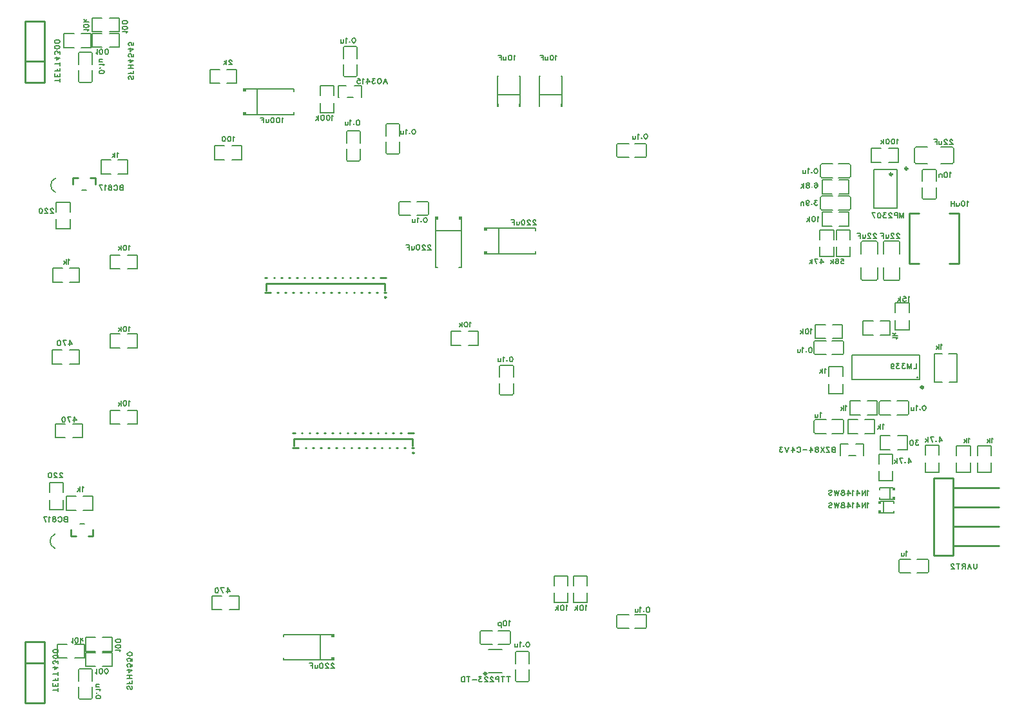
<source format=gbo>
G04 Layer: BottomSilkscreenLayer*
G04 EasyEDA Pro v2.2.40.8, 2025-09-21 19:41:23*
G04 Gerber Generator version 0.3*
G04 Scale: 100 percent, Rotated: No, Reflected: No*
G04 Dimensions in millimeters*
G04 Leading zeros omitted, absolute positions, 4 integers and 5 decimals*
G04 Generated by one-click*
%FSLAX45Y45*%
%MOMM*%
%ADD10C,0.1524*%
%ADD11C,0.2*%
%ADD12C,0.254*%
%ADD13C,0.127*%
%ADD14C,0.15199*%
%ADD15C,0.1443*%
%ADD16C,0.13749*%
%ADD17C,0.4*%
%ADD18C,0.3*%
G75*


G04 Text Start*
G54D10*
G01X5307838Y6434074D02*
G01X5316982Y6431026D01*
G01X5323332Y6421628D01*
G01X5326380Y6406388D01*
G01X5326380Y6396990D01*
G01X5323332Y6381496D01*
G01X5316982Y6372098D01*
G01X5307838Y6369050D01*
G01X5301488Y6369050D01*
G01X5292344Y6372098D01*
G01X5286248Y6381496D01*
G01X5282946Y6396990D01*
G01X5282946Y6406388D01*
G01X5286248Y6421628D01*
G01X5292344Y6431026D01*
G01X5301488Y6434074D01*
G01X5307838Y6434074D01*
G01X5249672Y6384544D02*
G01X5252720Y6381496D01*
G01X5249672Y6378448D01*
G01X5246624Y6381496D01*
G01X5249672Y6384544D01*
G01X5216398Y6421628D02*
G01X5210302Y6424930D01*
G01X5201158Y6434074D01*
G01X5201158Y6369050D01*
G01X5170932Y6412484D02*
G01X5170932Y6381496D01*
G01X5167884Y6372098D01*
G01X5161788Y6369050D01*
G01X5152390Y6369050D01*
G01X5146294Y6372098D01*
G01X5136896Y6381496D01*
G01X5136896Y6412484D02*
G01X5136896Y6369050D01*
G01X1424940Y6055868D02*
G01X1418844Y6059170D01*
G01X1409446Y6068314D01*
G01X1409446Y6003290D01*
G01X1360678Y6068314D02*
G01X1370076Y6065266D01*
G01X1376172Y6055868D01*
G01X1379220Y6040628D01*
G01X1379220Y6031230D01*
G01X1376172Y6015736D01*
G01X1370076Y6006338D01*
G01X1360678Y6003290D01*
G01X1354582Y6003290D01*
G01X1345184Y6006338D01*
G01X1339088Y6015736D01*
G01X1336040Y6031230D01*
G01X1336040Y6040628D01*
G01X1339088Y6055868D01*
G01X1345184Y6065266D01*
G01X1354582Y6068314D01*
G01X1360678Y6068314D01*
G01X1305814Y6068314D02*
G01X1305814Y6003290D01*
G01X1275080Y6046724D02*
G01X1305814Y6015736D01*
G01X1293622Y6028182D02*
G01X1271778Y6003290D01*
G01X1424940Y4989068D02*
G01X1418844Y4992370D01*
G01X1409446Y5001514D01*
G01X1409446Y4936490D01*
G01X1360678Y5001514D02*
G01X1370076Y4998466D01*
G01X1376172Y4989068D01*
G01X1379220Y4973828D01*
G01X1379220Y4964430D01*
G01X1376172Y4948936D01*
G01X1370076Y4939538D01*
G01X1360678Y4936490D01*
G01X1354582Y4936490D01*
G01X1345184Y4939538D01*
G01X1339088Y4948936D01*
G01X1336040Y4964430D01*
G01X1336040Y4973828D01*
G01X1339088Y4989068D01*
G01X1345184Y4998466D01*
G01X1354582Y5001514D01*
G01X1360678Y5001514D01*
G01X1305814Y5001514D02*
G01X1305814Y4936490D01*
G01X1275080Y4979924D02*
G01X1305814Y4948936D01*
G01X1293622Y4961382D02*
G01X1271778Y4936490D01*
G01X1424940Y4013708D02*
G01X1418844Y4017010D01*
G01X1409446Y4026154D01*
G01X1409446Y3961130D01*
G01X1360678Y4026154D02*
G01X1370076Y4023106D01*
G01X1376172Y4013708D01*
G01X1379220Y3998468D01*
G01X1379220Y3989070D01*
G01X1376172Y3973576D01*
G01X1370076Y3964178D01*
G01X1360678Y3961130D01*
G01X1354582Y3961130D01*
G01X1345184Y3964178D01*
G01X1339088Y3973576D01*
G01X1336040Y3989070D01*
G01X1336040Y3998468D01*
G01X1339088Y4013708D01*
G01X1345184Y4023106D01*
G01X1354582Y4026154D01*
G01X1360678Y4026154D01*
G01X1305814Y4026154D02*
G01X1305814Y3961130D01*
G01X1275080Y4004564D02*
G01X1305814Y3973576D01*
G01X1293622Y3986022D02*
G01X1271778Y3961130D01*
G01X7424420Y1326388D02*
G01X7418324Y1329690D01*
G01X7408926Y1338834D01*
G01X7408926Y1273810D01*
G01X7360158Y1338834D02*
G01X7369556Y1335786D01*
G01X7375652Y1326388D01*
G01X7378700Y1311148D01*
G01X7378700Y1301750D01*
G01X7375652Y1286256D01*
G01X7369556Y1276858D01*
G01X7360158Y1273810D01*
G01X7354062Y1273810D01*
G01X7344664Y1276858D01*
G01X7338568Y1286256D01*
G01X7335520Y1301750D01*
G01X7335520Y1311148D01*
G01X7338568Y1326388D01*
G01X7344664Y1335786D01*
G01X7354062Y1338834D01*
G01X7360158Y1338834D01*
G01X7305294Y1338834D02*
G01X7305294Y1273810D01*
G01X7274560Y1317244D02*
G01X7305294Y1286256D01*
G01X7293102Y1298702D02*
G01X7271258Y1273810D01*
G01X7170420Y1326388D02*
G01X7164324Y1329690D01*
G01X7154926Y1338834D01*
G01X7154926Y1273810D01*
G01X7106158Y1338834D02*
G01X7115556Y1335786D01*
G01X7121652Y1326388D01*
G01X7124700Y1311148D01*
G01X7124700Y1301750D01*
G01X7121652Y1286256D01*
G01X7115556Y1276858D01*
G01X7106158Y1273810D01*
G01X7100062Y1273810D01*
G01X7090664Y1276858D01*
G01X7084568Y1286256D01*
G01X7081520Y1301750D01*
G01X7081520Y1311148D01*
G01X7084568Y1326388D01*
G01X7090664Y1335786D01*
G01X7100062Y1338834D01*
G01X7106158Y1338834D01*
G01X7051294Y1338834D02*
G01X7051294Y1273810D01*
G01X7020560Y1317244D02*
G01X7051294Y1286256D01*
G01X7039102Y1298702D02*
G01X7017258Y1273810D01*
G01X6484620Y8555228D02*
G01X6478524Y8558530D01*
G01X6469126Y8567674D01*
G01X6469126Y8502650D01*
G01X6420358Y8567674D02*
G01X6429756Y8564626D01*
G01X6435852Y8555228D01*
G01X6438900Y8539988D01*
G01X6438900Y8530590D01*
G01X6435852Y8515096D01*
G01X6429756Y8505698D01*
G01X6420358Y8502650D01*
G01X6414262Y8502650D01*
G01X6404864Y8505698D01*
G01X6398768Y8515096D01*
G01X6395720Y8530590D01*
G01X6395720Y8539988D01*
G01X6398768Y8555228D01*
G01X6404864Y8564626D01*
G01X6414262Y8567674D01*
G01X6420358Y8567674D01*
G01X6365494Y8546084D02*
G01X6365494Y8515096D01*
G01X6362446Y8505698D01*
G01X6356350Y8502650D01*
G01X6346952Y8502650D01*
G01X6340856Y8505698D01*
G01X6331458Y8515096D01*
G01X6331458Y8546084D02*
G01X6331458Y8502650D01*
G01X6301232Y8567674D02*
G01X6301232Y8502650D01*
G01X6301232Y8567674D02*
G01X6261100Y8567674D01*
G01X6301232Y8536686D02*
G01X6276594Y8536686D01*
G01X632460Y5872988D02*
G01X626364Y5876290D01*
G01X616966Y5885434D01*
G01X616966Y5820410D01*
G01X586740Y5885434D02*
G01X586740Y5820410D01*
G01X556006Y5863844D02*
G01X586740Y5832856D01*
G01X574548Y5845302D02*
G01X552704Y5820410D01*
G01X631952Y4818634D02*
G01X662940Y4775454D01*
G01X616458Y4775454D01*
G01X631952Y4818634D02*
G01X631952Y4753610D01*
G01X543052Y4818634D02*
G01X574040Y4753610D01*
G01X586232Y4818634D02*
G01X543052Y4818634D01*
G01X494284Y4818634D02*
G01X503682Y4815586D01*
G01X509778Y4806188D01*
G01X512826Y4790948D01*
G01X512826Y4781550D01*
G01X509778Y4766056D01*
G01X503682Y4756658D01*
G01X494284Y4753610D01*
G01X488188Y4753610D01*
G01X478790Y4756658D01*
G01X472694Y4766056D01*
G01X469646Y4781550D01*
G01X469646Y4790948D01*
G01X472694Y4806188D01*
G01X478790Y4815586D01*
G01X488188Y4818634D01*
G01X494284Y4818634D01*
G01X692912Y3812794D02*
G01X723900Y3769614D01*
G01X677418Y3769614D01*
G01X692912Y3812794D02*
G01X692912Y3747770D01*
G01X604012Y3812794D02*
G01X635000Y3747770D01*
G01X647192Y3812794D02*
G01X604012Y3812794D01*
G01X555244Y3812794D02*
G01X564642Y3809746D01*
G01X570738Y3800348D01*
G01X573786Y3785108D01*
G01X573786Y3775710D01*
G01X570738Y3760216D01*
G01X564642Y3750818D01*
G01X555244Y3747770D01*
G01X549148Y3747770D01*
G01X539750Y3750818D01*
G01X533654Y3760216D01*
G01X530606Y3775710D01*
G01X530606Y3785108D01*
G01X533654Y3800348D01*
G01X539750Y3809746D01*
G01X549148Y3812794D01*
G01X555244Y3812794D01*
G01X4368038Y8793734D02*
G01X4377182Y8790686D01*
G01X4383532Y8781288D01*
G01X4386580Y8766048D01*
G01X4386580Y8756650D01*
G01X4383532Y8741156D01*
G01X4377182Y8731758D01*
G01X4368038Y8728710D01*
G01X4361688Y8728710D01*
G01X4352544Y8731758D01*
G01X4346448Y8741156D01*
G01X4343146Y8756650D01*
G01X4343146Y8766048D01*
G01X4346448Y8781288D01*
G01X4352544Y8790686D01*
G01X4361688Y8793734D01*
G01X4368038Y8793734D01*
G01X4309872Y8744204D02*
G01X4312920Y8741156D01*
G01X4309872Y8738108D01*
G01X4306824Y8741156D01*
G01X4309872Y8744204D01*
G01X4276598Y8781288D02*
G01X4270502Y8784590D01*
G01X4261358Y8793734D01*
G01X4261358Y8728710D01*
G01X4231132Y8772144D02*
G01X4231132Y8741156D01*
G01X4228084Y8731758D01*
G01X4221988Y8728710D01*
G01X4212590Y8728710D01*
G01X4206494Y8731758D01*
G01X4197096Y8741156D01*
G01X4197096Y8772144D02*
G01X4197096Y8728710D01*
G01X601980Y2502154D02*
G01X601980Y2437130D01*
G01X601980Y2502154D02*
G01X574040Y2502154D01*
G01X564896Y2499106D01*
G01X561848Y2496058D01*
G01X558546Y2489708D01*
G01X558546Y2483612D01*
G01X561848Y2477516D01*
G01X564896Y2474468D01*
G01X574040Y2471166D01*
G01X601980Y2471166D02*
G01X574040Y2471166D01*
G01X564896Y2468118D01*
G01X561848Y2465070D01*
G01X558546Y2458974D01*
G01X558546Y2449576D01*
G01X561848Y2443480D01*
G01X564896Y2440178D01*
G01X574040Y2437130D01*
G01X601980Y2437130D01*
G01X482092Y2486660D02*
G01X485140Y2493010D01*
G01X491236Y2499106D01*
G01X497586Y2502154D01*
G01X509778Y2502154D01*
G01X516128Y2499106D01*
G01X522224Y2493010D01*
G01X525272Y2486660D01*
G01X528320Y2477516D01*
G01X528320Y2462022D01*
G01X525272Y2452624D01*
G01X522224Y2446528D01*
G01X516128Y2440178D01*
G01X509778Y2437130D01*
G01X497586Y2437130D01*
G01X491236Y2440178D01*
G01X485140Y2446528D01*
G01X482092Y2452624D01*
G01X436626Y2502154D02*
G01X445770Y2499106D01*
G01X448818Y2493010D01*
G01X448818Y2486660D01*
G01X445770Y2480564D01*
G01X439674Y2477516D01*
G01X427228Y2474468D01*
G01X417830Y2471166D01*
G01X411734Y2465070D01*
G01X408686Y2458974D01*
G01X408686Y2449576D01*
G01X411734Y2443480D01*
G01X414782Y2440178D01*
G01X424180Y2437130D01*
G01X436626Y2437130D01*
G01X445770Y2440178D01*
G01X448818Y2443480D01*
G01X451866Y2449576D01*
G01X451866Y2458974D01*
G01X448818Y2465070D01*
G01X442722Y2471166D01*
G01X433324Y2474468D01*
G01X421132Y2477516D01*
G01X414782Y2480564D01*
G01X411734Y2486660D01*
G01X411734Y2493010D01*
G01X414782Y2499106D01*
G01X424180Y2502154D01*
G01X436626Y2502154D01*
G01X378460Y2489708D02*
G01X372364Y2493010D01*
G01X363220Y2502154D01*
G01X363220Y2437130D01*
G01X289814Y2502154D02*
G01X320802Y2437130D01*
G01X332994Y2502154D02*
G01X289814Y2502154D01*
G01X815340Y2885948D02*
G01X809244Y2889250D01*
G01X799846Y2898394D01*
G01X799846Y2833370D01*
G01X769620Y2898394D02*
G01X769620Y2833370D01*
G01X738886Y2876804D02*
G01X769620Y2845816D01*
G01X757428Y2858262D02*
G01X735584Y2833370D01*
G01X537972Y3065780D02*
G01X537972Y3068828D01*
G01X534924Y3075178D01*
G01X531622Y3078226D01*
G01X525526Y3081274D01*
G01X513080Y3081274D01*
G01X506984Y3078226D01*
G01X503936Y3075178D01*
G01X500888Y3068828D01*
G01X500888Y3062732D01*
G01X503936Y3056636D01*
G01X510032Y3047238D01*
G01X541020Y3016250D01*
G01X497586Y3016250D01*
G01X464312Y3065780D02*
G01X464312Y3068828D01*
G01X461264Y3075178D01*
G01X458216Y3078226D01*
G01X452120Y3081274D01*
G01X439674Y3081274D01*
G01X433324Y3078226D01*
G01X430276Y3075178D01*
G01X427228Y3068828D01*
G01X427228Y3062732D01*
G01X430276Y3056636D01*
G01X436626Y3047238D01*
G01X467360Y3016250D01*
G01X424180Y3016250D01*
G01X375412Y3081274D02*
G01X384810Y3078226D01*
G01X390906Y3068828D01*
G01X393954Y3053588D01*
G01X393954Y3044190D01*
G01X390906Y3028696D01*
G01X384810Y3019298D01*
G01X375412Y3016250D01*
G01X369316Y3016250D01*
G01X359918Y3019298D01*
G01X353822Y3028696D01*
G01X350774Y3044190D01*
G01X350774Y3053588D01*
G01X353822Y3068828D01*
G01X359918Y3078226D01*
G01X369316Y3081274D01*
G01X375412Y3081274D01*
G01X1333500Y6860794D02*
G01X1333500Y6795770D01*
G01X1333500Y6860794D02*
G01X1305560Y6860794D01*
G01X1296416Y6857746D01*
G01X1293368Y6854698D01*
G01X1290066Y6848348D01*
G01X1290066Y6842252D01*
G01X1293368Y6836156D01*
G01X1296416Y6833108D01*
G01X1305560Y6829806D01*
G01X1333500Y6829806D02*
G01X1305560Y6829806D01*
G01X1296416Y6826758D01*
G01X1293368Y6823710D01*
G01X1290066Y6817614D01*
G01X1290066Y6808216D01*
G01X1293368Y6802120D01*
G01X1296416Y6798818D01*
G01X1305560Y6795770D01*
G01X1333500Y6795770D01*
G01X1213612Y6845300D02*
G01X1216660Y6851650D01*
G01X1222756Y6857746D01*
G01X1229106Y6860794D01*
G01X1241298Y6860794D01*
G01X1247648Y6857746D01*
G01X1253744Y6851650D01*
G01X1256792Y6845300D01*
G01X1259840Y6836156D01*
G01X1259840Y6820662D01*
G01X1256792Y6811264D01*
G01X1253744Y6805168D01*
G01X1247648Y6798818D01*
G01X1241298Y6795770D01*
G01X1229106Y6795770D01*
G01X1222756Y6798818D01*
G01X1216660Y6805168D01*
G01X1213612Y6811264D01*
G01X1168146Y6860794D02*
G01X1177290Y6857746D01*
G01X1180338Y6851650D01*
G01X1180338Y6845300D01*
G01X1177290Y6839204D01*
G01X1171194Y6836156D01*
G01X1158748Y6833108D01*
G01X1149350Y6829806D01*
G01X1143254Y6823710D01*
G01X1140206Y6817614D01*
G01X1140206Y6808216D01*
G01X1143254Y6802120D01*
G01X1146302Y6798818D01*
G01X1155700Y6795770D01*
G01X1168146Y6795770D01*
G01X1177290Y6798818D01*
G01X1180338Y6802120D01*
G01X1183386Y6808216D01*
G01X1183386Y6817614D01*
G01X1180338Y6823710D01*
G01X1174242Y6829806D01*
G01X1164844Y6833108D01*
G01X1152652Y6836156D01*
G01X1146302Y6839204D01*
G01X1143254Y6845300D01*
G01X1143254Y6851650D01*
G01X1146302Y6857746D01*
G01X1155700Y6860794D01*
G01X1168146Y6860794D01*
G01X1109980Y6848348D02*
G01X1103884Y6851650D01*
G01X1094740Y6860794D01*
G01X1094740Y6795770D01*
G01X1021334Y6860794D02*
G01X1052322Y6795770D01*
G01X1064514Y6860794D02*
G01X1021334Y6860794D01*
G01X1272540Y7275068D02*
G01X1266444Y7278370D01*
G01X1257046Y7287514D01*
G01X1257046Y7222490D01*
G01X1226820Y7287514D02*
G01X1226820Y7222490D01*
G01X1196086Y7265924D02*
G01X1226820Y7234936D01*
G01X1214628Y7247382D02*
G01X1192784Y7222490D01*
G01X416052Y6540500D02*
G01X416052Y6543548D01*
G01X413004Y6549898D01*
G01X409702Y6552946D01*
G01X403606Y6555994D01*
G01X391160Y6555994D01*
G01X385064Y6552946D01*
G01X382016Y6549898D01*
G01X378968Y6543548D01*
G01X378968Y6537452D01*
G01X382016Y6531356D01*
G01X388112Y6521958D01*
G01X419100Y6490970D01*
G01X375666Y6490970D01*
G01X342392Y6540500D02*
G01X342392Y6543548D01*
G01X339344Y6549898D01*
G01X336296Y6552946D01*
G01X330200Y6555994D01*
G01X317754Y6555994D01*
G01X311404Y6552946D01*
G01X308356Y6549898D01*
G01X305308Y6543548D01*
G01X305308Y6537452D01*
G01X308356Y6531356D01*
G01X314706Y6521958D01*
G01X345440Y6490970D01*
G01X302260Y6490970D01*
G01X253492Y6555994D02*
G01X262890Y6552946D01*
G01X268986Y6543548D01*
G01X272034Y6528308D01*
G01X272034Y6518910D01*
G01X268986Y6503416D01*
G01X262890Y6494018D01*
G01X253492Y6490970D01*
G01X247396Y6490970D01*
G01X237998Y6494018D01*
G01X231902Y6503416D01*
G01X228854Y6518910D01*
G01X228854Y6528308D01*
G01X231902Y6543548D01*
G01X237998Y6552946D01*
G01X247396Y6555994D01*
G01X253492Y6555994D01*
G01X10386060Y4958588D02*
G01X10379964Y4961890D01*
G01X10370566Y4971034D01*
G01X10370566Y4906010D01*
G01X10321798Y4971034D02*
G01X10331196Y4967986D01*
G01X10337292Y4958588D01*
G01X10340340Y4943348D01*
G01X10340340Y4933950D01*
G01X10337292Y4918456D01*
G01X10331196Y4909058D01*
G01X10321798Y4906010D01*
G01X10315702Y4906010D01*
G01X10306304Y4909058D01*
G01X10300208Y4918456D01*
G01X10297160Y4933950D01*
G01X10297160Y4943348D01*
G01X10300208Y4958588D01*
G01X10306304Y4967986D01*
G01X10315702Y4971034D01*
G01X10321798Y4971034D01*
G01X10266934Y4971034D02*
G01X10266934Y4906010D01*
G01X10236200Y4949444D02*
G01X10266934Y4918456D01*
G01X10254742Y4930902D02*
G01X10232898Y4906010D01*
G01X11330940Y3708908D02*
G01X11324844Y3712210D01*
G01X11315446Y3721354D01*
G01X11315446Y3656330D01*
G01X11285220Y3721354D02*
G01X11285220Y3656330D01*
G01X11254486Y3699764D02*
G01X11285220Y3668776D01*
G01X11273028Y3681222D02*
G01X11251184Y3656330D01*
G01X10843260Y3952748D02*
G01X10837164Y3956050D01*
G01X10827766Y3965194D01*
G01X10827766Y3900170D01*
G01X10797540Y3965194D02*
G01X10797540Y3900170D01*
G01X10766806Y3943604D02*
G01X10797540Y3912616D01*
G01X10785348Y3925062D02*
G01X10763504Y3900170D01*
G01X10568940Y4440428D02*
G01X10562844Y4443730D01*
G01X10553446Y4452874D01*
G01X10553446Y4387850D01*
G01X10523220Y4452874D02*
G01X10523220Y4387850D01*
G01X10492486Y4431284D02*
G01X10523220Y4400296D01*
G01X10511028Y4412742D02*
G01X10489184Y4387850D01*
G01X11497809Y4837439D02*
G01X11501111Y4843535D01*
G01X11510255Y4852933D01*
G01X11445231Y4852933D01*
G01X11510255Y4883159D02*
G01X11445231Y4883159D01*
G01X11488665Y4913893D02*
G01X11457677Y4883159D01*
G01X11470123Y4895351D02*
G01X11445231Y4917195D01*
G01X11666220Y5385308D02*
G01X11660124Y5388610D01*
G01X11650726Y5397754D01*
G01X11650726Y5332730D01*
G01X11583416Y5397754D02*
G01X11614404Y5397754D01*
G01X11617452Y5370068D01*
G01X11614404Y5373116D01*
G01X11605260Y5376164D01*
G01X11595862Y5376164D01*
G01X11586464Y5373116D01*
G01X11580368Y5366766D01*
G01X11577320Y5357622D01*
G01X11577320Y5351272D01*
G01X11580368Y5342128D01*
G01X11586464Y5335778D01*
G01X11595862Y5332730D01*
G01X11605260Y5332730D01*
G01X11614404Y5335778D01*
G01X11617452Y5339080D01*
G01X11620500Y5345176D01*
G01X11547094Y5397754D02*
G01X11547094Y5332730D01*
G01X11516360Y5376164D02*
G01X11547094Y5345176D01*
G01X11534902Y5357622D02*
G01X11513058Y5332730D01*
G01X10367518Y4727194D02*
G01X10376662Y4724146D01*
G01X10383012Y4714748D01*
G01X10386060Y4699508D01*
G01X10386060Y4690110D01*
G01X10383012Y4674616D01*
G01X10376662Y4665218D01*
G01X10367518Y4662170D01*
G01X10361168Y4662170D01*
G01X10352024Y4665218D01*
G01X10345928Y4674616D01*
G01X10342626Y4690110D01*
G01X10342626Y4699508D01*
G01X10345928Y4714748D01*
G01X10352024Y4724146D01*
G01X10361168Y4727194D01*
G01X10367518Y4727194D01*
G01X10309352Y4677664D02*
G01X10312400Y4674616D01*
G01X10309352Y4671568D01*
G01X10306304Y4674616D01*
G01X10309352Y4677664D01*
G01X10276078Y4714748D02*
G01X10269982Y4718050D01*
G01X10260838Y4727194D01*
G01X10260838Y4662170D01*
G01X10230612Y4705604D02*
G01X10230612Y4674616D01*
G01X10227564Y4665218D01*
G01X10221468Y4662170D01*
G01X10212070Y4662170D01*
G01X10205974Y4665218D01*
G01X10196576Y4674616D01*
G01X10196576Y4705604D02*
G01X10196576Y4662170D01*
G01X11757660Y4513834D02*
G01X11757660Y4448810D01*
G01X11757660Y4448810D02*
G01X11720576Y4448810D01*
G01X11690350Y4513834D02*
G01X11690350Y4448810D01*
G01X11690350Y4513834D02*
G01X11665712Y4448810D01*
G01X11640820Y4513834D02*
G01X11665712Y4448810D01*
G01X11640820Y4513834D02*
G01X11640820Y4448810D01*
G01X11604498Y4513834D02*
G01X11570462Y4513834D01*
G01X11589004Y4489196D01*
G01X11579860Y4489196D01*
G01X11573510Y4486148D01*
G01X11570462Y4482846D01*
G01X11567414Y4473702D01*
G01X11567414Y4467352D01*
G01X11570462Y4458208D01*
G01X11576558Y4451858D01*
G01X11585956Y4448810D01*
G01X11595354Y4448810D01*
G01X11604498Y4451858D01*
G01X11607546Y4455160D01*
G01X11610594Y4461256D01*
G01X11531092Y4513834D02*
G01X11497056Y4513834D01*
G01X11515598Y4489196D01*
G01X11506454Y4489196D01*
G01X11500104Y4486148D01*
G01X11497056Y4482846D01*
G01X11494008Y4473702D01*
G01X11494008Y4467352D01*
G01X11497056Y4458208D01*
G01X11503152Y4451858D01*
G01X11512550Y4448810D01*
G01X11521948Y4448810D01*
G01X11531092Y4451858D01*
G01X11534140Y4455160D01*
G01X11537188Y4461256D01*
G01X11423650Y4492244D02*
G01X11426698Y4482846D01*
G01X11433048Y4476750D01*
G01X11442192Y4473702D01*
G01X11445240Y4473702D01*
G01X11454638Y4476750D01*
G01X11460734Y4482846D01*
G01X11463782Y4492244D01*
G01X11463782Y4495292D01*
G01X11460734Y4504690D01*
G01X11454638Y4510786D01*
G01X11445240Y4513834D01*
G01X11442192Y4513834D01*
G01X11433048Y4510786D01*
G01X11426698Y4504690D01*
G01X11423650Y4492244D01*
G01X11423650Y4476750D01*
G01X11426698Y4461256D01*
G01X11433048Y4451858D01*
G01X11442192Y4448810D01*
G01X11448542Y4448810D01*
G01X11457686Y4451858D01*
G01X11460734Y4458208D01*
G01X2763012Y8491220D02*
G01X2763012Y8494268D01*
G01X2759964Y8500618D01*
G01X2756662Y8503666D01*
G01X2750566Y8506714D01*
G01X2738120Y8506714D01*
G01X2732024Y8503666D01*
G01X2728976Y8500618D01*
G01X2725928Y8494268D01*
G01X2725928Y8488172D01*
G01X2728976Y8482076D01*
G01X2735072Y8472678D01*
G01X2766060Y8441690D01*
G01X2722626Y8441690D01*
G01X2692400Y8506714D02*
G01X2692400Y8441690D01*
G01X2661666Y8485124D02*
G01X2692400Y8454136D01*
G01X2680208Y8466582D02*
G01X2658364Y8441690D01*
G01X2704592Y1567434D02*
G01X2735580Y1524254D01*
G01X2689098Y1524254D01*
G01X2704592Y1567434D02*
G01X2704592Y1502410D01*
G01X2615692Y1567434D02*
G01X2646680Y1502410D01*
G01X2658872Y1567434D02*
G01X2615692Y1567434D01*
G01X2566924Y1567434D02*
G01X2576322Y1564386D01*
G01X2582418Y1554988D01*
G01X2585466Y1539748D01*
G01X2585466Y1530350D01*
G01X2582418Y1514856D01*
G01X2576322Y1505458D01*
G01X2566924Y1502410D01*
G01X2560828Y1502410D01*
G01X2551430Y1505458D01*
G01X2545334Y1514856D01*
G01X2542286Y1530350D01*
G01X2542286Y1539748D01*
G01X2545334Y1554988D01*
G01X2551430Y1564386D01*
G01X2560828Y1567434D01*
G01X2566924Y1567434D01*
G01X6435598Y4605274D02*
G01X6444742Y4602226D01*
G01X6451092Y4592828D01*
G01X6454140Y4577588D01*
G01X6454140Y4568190D01*
G01X6451092Y4552696D01*
G01X6444742Y4543298D01*
G01X6435598Y4540250D01*
G01X6429248Y4540250D01*
G01X6420104Y4543298D01*
G01X6414008Y4552696D01*
G01X6410706Y4568190D01*
G01X6410706Y4577588D01*
G01X6414008Y4592828D01*
G01X6420104Y4602226D01*
G01X6429248Y4605274D01*
G01X6435598Y4605274D01*
G01X6377432Y4555744D02*
G01X6380480Y4552696D01*
G01X6377432Y4549648D01*
G01X6374384Y4552696D01*
G01X6377432Y4555744D01*
G01X6344158Y4592828D02*
G01X6338062Y4596130D01*
G01X6328918Y4605274D01*
G01X6328918Y4540250D01*
G01X6298692Y4583684D02*
G01X6298692Y4552696D01*
G01X6295644Y4543298D01*
G01X6289548Y4540250D01*
G01X6280150Y4540250D01*
G01X6274054Y4543298D01*
G01X6264656Y4552696D01*
G01X6264656Y4583684D02*
G01X6264656Y4540250D01*
G01X8203438Y7531354D02*
G01X8212582Y7528306D01*
G01X8218932Y7518908D01*
G01X8221980Y7503668D01*
G01X8221980Y7494270D01*
G01X8218932Y7478776D01*
G01X8212582Y7469378D01*
G01X8203438Y7466330D01*
G01X8197088Y7466330D01*
G01X8187944Y7469378D01*
G01X8181848Y7478776D01*
G01X8178546Y7494270D01*
G01X8178546Y7503668D01*
G01X8181848Y7518908D01*
G01X8187944Y7528306D01*
G01X8197088Y7531354D01*
G01X8203438Y7531354D01*
G01X8145272Y7481824D02*
G01X8148320Y7478776D01*
G01X8145272Y7475728D01*
G01X8142224Y7478776D01*
G01X8145272Y7481824D01*
G01X8111998Y7518908D02*
G01X8105902Y7522210D01*
G01X8096758Y7531354D01*
G01X8096758Y7466330D01*
G01X8066532Y7509764D02*
G01X8066532Y7478776D01*
G01X8063484Y7469378D01*
G01X8057388Y7466330D01*
G01X8047990Y7466330D01*
G01X8041894Y7469378D01*
G01X8032496Y7478776D01*
G01X8032496Y7509764D02*
G01X8032496Y7466330D01*
G01X8233918Y1313434D02*
G01X8243062Y1310386D01*
G01X8249412Y1300988D01*
G01X8252460Y1285748D01*
G01X8252460Y1276350D01*
G01X8249412Y1260856D01*
G01X8243062Y1251458D01*
G01X8233918Y1248410D01*
G01X8227568Y1248410D01*
G01X8218424Y1251458D01*
G01X8212328Y1260856D01*
G01X8209026Y1276350D01*
G01X8209026Y1285748D01*
G01X8212328Y1300988D01*
G01X8218424Y1310386D01*
G01X8227568Y1313434D01*
G01X8233918Y1313434D01*
G01X8175752Y1263904D02*
G01X8178800Y1260856D01*
G01X8175752Y1257808D01*
G01X8172704Y1260856D01*
G01X8175752Y1263904D01*
G01X8142478Y1300988D02*
G01X8136382Y1304290D01*
G01X8127238Y1313434D01*
G01X8127238Y1248410D01*
G01X8097012Y1291844D02*
G01X8097012Y1260856D01*
G01X8093964Y1251458D01*
G01X8087868Y1248410D01*
G01X8078470Y1248410D01*
G01X8072374Y1251458D01*
G01X8062976Y1260856D01*
G01X8062976Y1291844D02*
G01X8062976Y1248410D01*
G01X7033260Y8555228D02*
G01X7027164Y8558530D01*
G01X7017766Y8567674D01*
G01X7017766Y8502650D01*
G01X6968998Y8567674D02*
G01X6978396Y8564626D01*
G01X6984492Y8555228D01*
G01X6987540Y8539988D01*
G01X6987540Y8530590D01*
G01X6984492Y8515096D01*
G01X6978396Y8505698D01*
G01X6968998Y8502650D01*
G01X6962902Y8502650D01*
G01X6953504Y8505698D01*
G01X6947408Y8515096D01*
G01X6944360Y8530590D01*
G01X6944360Y8539988D01*
G01X6947408Y8555228D01*
G01X6953504Y8564626D01*
G01X6962902Y8567674D01*
G01X6968998Y8567674D01*
G01X6914134Y8546084D02*
G01X6914134Y8515096D01*
G01X6911086Y8505698D01*
G01X6904990Y8502650D01*
G01X6895592Y8502650D01*
G01X6889496Y8505698D01*
G01X6880098Y8515096D01*
G01X6880098Y8546084D02*
G01X6880098Y8502650D01*
G01X6849872Y8567674D02*
G01X6849872Y8502650D01*
G01X6849872Y8567674D02*
G01X6809740Y8567674D01*
G01X6849872Y8536686D02*
G01X6825234Y8536686D01*
G01X12552680Y1884934D02*
G01X12552680Y1838452D01*
G01X12549632Y1829308D01*
G01X12543282Y1822958D01*
G01X12534138Y1819910D01*
G01X12527788Y1819910D01*
G01X12518644Y1822958D01*
G01X12512548Y1829308D01*
G01X12509246Y1838452D01*
G01X12509246Y1884934D01*
G01X12454382Y1884934D02*
G01X12479020Y1819910D01*
G01X12454382Y1884934D02*
G01X12429490Y1819910D01*
G01X12469876Y1841754D02*
G01X12438888Y1841754D01*
G01X12399264Y1884934D02*
G01X12399264Y1819910D01*
G01X12399264Y1884934D02*
G01X12371578Y1884934D01*
G01X12362180Y1881886D01*
G01X12359132Y1878838D01*
G01X12356084Y1872488D01*
G01X12356084Y1866392D01*
G01X12359132Y1860296D01*
G01X12362180Y1857248D01*
G01X12371578Y1853946D01*
G01X12399264Y1853946D01*
G01X12377674Y1853946D02*
G01X12356084Y1819910D01*
G01X12304268Y1884934D02*
G01X12304268Y1819910D01*
G01X12325858Y1884934D02*
G01X12282678Y1884934D01*
G01X12249404Y1869440D02*
G01X12249404Y1872488D01*
G01X12246356Y1878838D01*
G01X12243308Y1881886D01*
G01X12237212Y1884934D01*
G01X12224766Y1884934D01*
G01X12218416Y1881886D01*
G01X12215368Y1878838D01*
G01X12212320Y1872488D01*
G01X12212320Y1866392D01*
G01X12215368Y1860296D01*
G01X12221718Y1850898D01*
G01X12252452Y1819910D01*
G01X12209272Y1819910D01*
G01X12458700Y3526028D02*
G01X12452604Y3529330D01*
G01X12443206Y3538474D01*
G01X12443206Y3473450D01*
G01X12412980Y3538474D02*
G01X12412980Y3473450D01*
G01X12382246Y3516884D02*
G01X12412980Y3485896D01*
G01X12400788Y3498342D02*
G01X12378944Y3473450D01*
G01X12763500Y3526028D02*
G01X12757404Y3529330D01*
G01X12748006Y3538474D01*
G01X12748006Y3473450D01*
G01X12717780Y3538474D02*
G01X12717780Y3473450D01*
G01X12687046Y3516884D02*
G01X12717780Y3485896D01*
G01X12705588Y3498342D02*
G01X12683744Y3473450D01*
G01X479144Y226160D02*
G01X414120Y226160D01*
G01X479144Y204570D02*
G01X479144Y248004D01*
G01X479144Y278230D02*
G01X414120Y278230D01*
G01X479144Y278230D02*
G01X479144Y318362D01*
G01X448156Y278230D02*
G01X448156Y302868D01*
G01X414120Y278230D02*
G01X414120Y318362D01*
G01X479144Y348588D02*
G01X414120Y348588D01*
G01X479144Y348588D02*
G01X479144Y388720D01*
G01X448156Y348588D02*
G01X448156Y373226D01*
G01X479144Y440536D02*
G01X414120Y440536D01*
G01X479144Y418946D02*
G01X479144Y462126D01*
G01X479144Y523086D02*
G01X435964Y492352D01*
G01X435964Y538580D01*
G01X479144Y523086D02*
G01X414120Y523086D01*
G01X479144Y574902D02*
G01X479144Y608938D01*
G01X454506Y590396D01*
G01X454506Y599540D01*
G01X451458Y605890D01*
G01X448156Y608938D01*
G01X439012Y611986D01*
G01X432662Y611986D01*
G01X423518Y608938D01*
G01X417168Y602842D01*
G01X414120Y593444D01*
G01X414120Y584046D01*
G01X417168Y574902D01*
G01X420470Y571854D01*
G01X426566Y568806D01*
G01X479144Y660754D02*
G01X476096Y651356D01*
G01X466698Y645260D01*
G01X451458Y642212D01*
G01X442060Y642212D01*
G01X426566Y645260D01*
G01X417168Y651356D01*
G01X414120Y660754D01*
G01X414120Y666850D01*
G01X417168Y676248D01*
G01X426566Y682344D01*
G01X442060Y685392D01*
G01X451458Y685392D01*
G01X466698Y682344D01*
G01X476096Y676248D01*
G01X479144Y666850D01*
G01X479144Y660754D01*
G01X479144Y734160D02*
G01X476096Y724762D01*
G01X466698Y718666D01*
G01X451458Y715618D01*
G01X442060Y715618D01*
G01X426566Y718666D01*
G01X417168Y724762D01*
G01X414120Y734160D01*
G01X414120Y740256D01*
G01X417168Y749654D01*
G01X426566Y755750D01*
G01X442060Y758798D01*
G01X451458Y758798D01*
G01X466698Y755750D01*
G01X476096Y749654D01*
G01X479144Y740256D01*
G01X479144Y734160D01*
G01X1443990Y279654D02*
G01X1450086Y273304D01*
G01X1453134Y264160D01*
G01X1453134Y251714D01*
G01X1450086Y242316D01*
G01X1443990Y236220D01*
G01X1437640Y236220D01*
G01X1431544Y239268D01*
G01X1428496Y242316D01*
G01X1425448Y248666D01*
G01X1419098Y267208D01*
G01X1416050Y273304D01*
G01X1413002Y276352D01*
G01X1406652Y279654D01*
G01X1397508Y279654D01*
G01X1391158Y273304D01*
G01X1388110Y264160D01*
G01X1388110Y251714D01*
G01X1391158Y242316D01*
G01X1397508Y236220D01*
G01X1453134Y309880D02*
G01X1388110Y309880D01*
G01X1453134Y309880D02*
G01X1453134Y350012D01*
G01X1422146Y309880D02*
G01X1422146Y334518D01*
G01X1453134Y380238D02*
G01X1388110Y380238D01*
G01X1453134Y423418D02*
G01X1388110Y423418D01*
G01X1422146Y380238D02*
G01X1422146Y423418D01*
G01X1453134Y484378D02*
G01X1409954Y453644D01*
G01X1409954Y499872D01*
G01X1453134Y484378D02*
G01X1388110Y484378D01*
G01X1453134Y567182D02*
G01X1453134Y536194D01*
G01X1425448Y533146D01*
G01X1428496Y536194D01*
G01X1431544Y545338D01*
G01X1431544Y554736D01*
G01X1428496Y564134D01*
G01X1422146Y570230D01*
G01X1413002Y573278D01*
G01X1406652Y573278D01*
G01X1397508Y570230D01*
G01X1391158Y564134D01*
G01X1388110Y554736D01*
G01X1388110Y545338D01*
G01X1391158Y536194D01*
G01X1394460Y533146D01*
G01X1400556Y530098D01*
G01X1453134Y640588D02*
G01X1453134Y609600D01*
G01X1425448Y606552D01*
G01X1428496Y609600D01*
G01X1431544Y618744D01*
G01X1431544Y628142D01*
G01X1428496Y637540D01*
G01X1422146Y643636D01*
G01X1413002Y646684D01*
G01X1406652Y646684D01*
G01X1397508Y643636D01*
G01X1391158Y637540D01*
G01X1388110Y628142D01*
G01X1388110Y618744D01*
G01X1391158Y609600D01*
G01X1394460Y606552D01*
G01X1400556Y603504D01*
G01X1453134Y695452D02*
G01X1450086Y686054D01*
G01X1440688Y679958D01*
G01X1425448Y676910D01*
G01X1416050Y676910D01*
G01X1400556Y679958D01*
G01X1391158Y686054D01*
G01X1388110Y695452D01*
G01X1388110Y701548D01*
G01X1391158Y710946D01*
G01X1400556Y717042D01*
G01X1416050Y720090D01*
G01X1425448Y720090D01*
G01X1440688Y717042D01*
G01X1450086Y710946D01*
G01X1453134Y701548D01*
G01X1453134Y695452D01*
G01X1040284Y128932D02*
G01X1037236Y119788D01*
G01X1027838Y113438D01*
G01X1012598Y110390D01*
G01X1003200Y110390D01*
G01X987706Y113438D01*
G01X978308Y119788D01*
G01X975260Y128932D01*
G01X975260Y135282D01*
G01X978308Y144426D01*
G01X987706Y150522D01*
G01X1003200Y153824D01*
G01X1012598Y153824D01*
G01X1027838Y150522D01*
G01X1037236Y144426D01*
G01X1040284Y135282D01*
G01X1040284Y128932D01*
G01X990754Y187098D02*
G01X987706Y184050D01*
G01X984658Y187098D01*
G01X987706Y190146D01*
G01X990754Y187098D01*
G01X1027838Y220372D02*
G01X1031140Y226468D01*
G01X1040284Y235612D01*
G01X975260Y235612D01*
G01X1018694Y265838D02*
G01X987706Y265838D01*
G01X978308Y268886D01*
G01X975260Y274982D01*
G01X975260Y284380D01*
G01X978308Y290476D01*
G01X987706Y299874D01*
G01X1018694Y299874D02*
G01X975260Y299874D01*
G01X972820Y451612D02*
G01X978916Y448310D01*
G01X988314Y439166D01*
G01X988314Y504190D01*
G01X1037082Y439166D02*
G01X1027684Y442214D01*
G01X1021588Y451612D01*
G01X1018540Y466852D01*
G01X1018540Y476250D01*
G01X1021588Y491744D01*
G01X1027684Y501142D01*
G01X1037082Y504190D01*
G01X1043178Y504190D01*
G01X1052576Y501142D01*
G01X1058672Y491744D01*
G01X1061720Y476250D01*
G01X1061720Y466852D01*
G01X1058672Y451612D01*
G01X1052576Y442214D01*
G01X1043178Y439166D01*
G01X1037082Y439166D01*
G01X1110488Y439166D02*
G01X1101090Y442214D01*
G01X1094994Y451612D01*
G01X1091946Y466852D01*
G01X1091946Y476250D01*
G01X1094994Y491744D01*
G01X1101090Y501142D01*
G01X1110488Y504190D01*
G01X1116584Y504190D01*
G01X1125982Y501142D01*
G01X1132078Y491744D01*
G01X1135126Y476250D01*
G01X1135126Y466852D01*
G01X1132078Y451612D01*
G01X1125982Y442214D01*
G01X1116584Y439166D01*
G01X1110488Y439166D01*
G01X655320Y858012D02*
G01X661416Y854710D01*
G01X670814Y845566D01*
G01X670814Y910590D01*
G01X719582Y845566D02*
G01X710184Y848614D01*
G01X704088Y858012D01*
G01X701040Y873252D01*
G01X701040Y882650D01*
G01X704088Y898144D01*
G01X710184Y907542D01*
G01X719582Y910590D01*
G01X725678Y910590D01*
G01X735076Y907542D01*
G01X741172Y898144D01*
G01X744220Y882650D01*
G01X744220Y873252D01*
G01X741172Y858012D01*
G01X735076Y848614D01*
G01X725678Y845566D01*
G01X719582Y845566D01*
G01X774446Y845566D02*
G01X774446Y910590D01*
G01X805180Y867156D02*
G01X774446Y898144D01*
G01X786638Y885698D02*
G01X808482Y910590D01*
G01X500634Y8235950D02*
G01X435610Y8235950D01*
G01X500634Y8214360D02*
G01X500634Y8257794D01*
G01X500634Y8288020D02*
G01X435610Y8288020D01*
G01X500634Y8288020D02*
G01X500634Y8328152D01*
G01X469646Y8288020D02*
G01X469646Y8312658D01*
G01X435610Y8288020D02*
G01X435610Y8328152D01*
G01X500634Y8358378D02*
G01X435610Y8358378D01*
G01X500634Y8358378D02*
G01X500634Y8398510D01*
G01X469646Y8358378D02*
G01X469646Y8383016D01*
G01X500634Y8450326D02*
G01X435610Y8450326D01*
G01X500634Y8428736D02*
G01X500634Y8471916D01*
G01X500634Y8532876D02*
G01X457454Y8502142D01*
G01X457454Y8548370D01*
G01X500634Y8532876D02*
G01X435610Y8532876D01*
G01X500634Y8584692D02*
G01X500634Y8618728D01*
G01X475996Y8600186D01*
G01X475996Y8609330D01*
G01X472948Y8615680D01*
G01X469646Y8618728D01*
G01X460502Y8621776D01*
G01X454152Y8621776D01*
G01X445008Y8618728D01*
G01X438658Y8612632D01*
G01X435610Y8603234D01*
G01X435610Y8593836D01*
G01X438658Y8584692D01*
G01X441960Y8581644D01*
G01X448056Y8578596D01*
G01X500634Y8670544D02*
G01X497586Y8661146D01*
G01X488188Y8655050D01*
G01X472948Y8652002D01*
G01X463550Y8652002D01*
G01X448056Y8655050D01*
G01X438658Y8661146D01*
G01X435610Y8670544D01*
G01X435610Y8676640D01*
G01X438658Y8686038D01*
G01X448056Y8692134D01*
G01X463550Y8695182D01*
G01X472948Y8695182D01*
G01X488188Y8692134D01*
G01X497586Y8686038D01*
G01X500634Y8676640D01*
G01X500634Y8670544D01*
G01X500634Y8743950D02*
G01X497586Y8734552D01*
G01X488188Y8728456D01*
G01X472948Y8725408D01*
G01X463550Y8725408D01*
G01X448056Y8728456D01*
G01X438658Y8734552D01*
G01X435610Y8743950D01*
G01X435610Y8750046D01*
G01X438658Y8759444D01*
G01X448056Y8765540D01*
G01X463550Y8768588D01*
G01X472948Y8768588D01*
G01X488188Y8765540D01*
G01X497586Y8759444D01*
G01X500634Y8750046D01*
G01X500634Y8743950D01*
G01X1459230Y8293354D02*
G01X1465326Y8287004D01*
G01X1468374Y8277860D01*
G01X1468374Y8265414D01*
G01X1465326Y8256016D01*
G01X1459230Y8249920D01*
G01X1452880Y8249920D01*
G01X1446784Y8252968D01*
G01X1443736Y8256016D01*
G01X1440688Y8262366D01*
G01X1434338Y8280908D01*
G01X1431290Y8287004D01*
G01X1428242Y8290052D01*
G01X1421892Y8293354D01*
G01X1412748Y8293354D01*
G01X1406398Y8287004D01*
G01X1403350Y8277860D01*
G01X1403350Y8265414D01*
G01X1406398Y8256016D01*
G01X1412748Y8249920D01*
G01X1468374Y8323580D02*
G01X1403350Y8323580D01*
G01X1468374Y8323580D02*
G01X1468374Y8363712D01*
G01X1437386Y8323580D02*
G01X1437386Y8348218D01*
G01X1468374Y8393938D02*
G01X1403350Y8393938D01*
G01X1468374Y8437118D02*
G01X1403350Y8437118D01*
G01X1437386Y8393938D02*
G01X1437386Y8437118D01*
G01X1468374Y8498078D02*
G01X1425194Y8467344D01*
G01X1425194Y8513572D01*
G01X1468374Y8498078D02*
G01X1403350Y8498078D01*
G01X1468374Y8580882D02*
G01X1468374Y8549894D01*
G01X1440688Y8546846D01*
G01X1443736Y8549894D01*
G01X1446784Y8559038D01*
G01X1446784Y8568436D01*
G01X1443736Y8577834D01*
G01X1437386Y8583930D01*
G01X1428242Y8586978D01*
G01X1421892Y8586978D01*
G01X1412748Y8583930D01*
G01X1406398Y8577834D01*
G01X1403350Y8568436D01*
G01X1403350Y8559038D01*
G01X1406398Y8549894D01*
G01X1409700Y8546846D01*
G01X1415796Y8543798D01*
G01X1468374Y8647938D02*
G01X1425194Y8617204D01*
G01X1425194Y8663432D01*
G01X1468374Y8647938D02*
G01X1403350Y8647938D01*
G01X1468374Y8730742D02*
G01X1468374Y8699754D01*
G01X1440688Y8696706D01*
G01X1443736Y8699754D01*
G01X1446784Y8708898D01*
G01X1446784Y8718296D01*
G01X1443736Y8727694D01*
G01X1437386Y8733790D01*
G01X1428242Y8736838D01*
G01X1421892Y8736838D01*
G01X1412748Y8733790D01*
G01X1406398Y8727694D01*
G01X1403350Y8718296D01*
G01X1403350Y8708898D01*
G01X1406398Y8699754D01*
G01X1409700Y8696706D01*
G01X1415796Y8693658D01*
G01X1084834Y8342122D02*
G01X1081786Y8332978D01*
G01X1072388Y8326628D01*
G01X1057148Y8323580D01*
G01X1047750Y8323580D01*
G01X1032256Y8326628D01*
G01X1022858Y8332978D01*
G01X1019810Y8342122D01*
G01X1019810Y8348472D01*
G01X1022858Y8357616D01*
G01X1032256Y8363712D01*
G01X1047750Y8367014D01*
G01X1057148Y8367014D01*
G01X1072388Y8363712D01*
G01X1081786Y8357616D01*
G01X1084834Y8348472D01*
G01X1084834Y8342122D01*
G01X1035304Y8400288D02*
G01X1032256Y8397240D01*
G01X1029208Y8400288D01*
G01X1032256Y8403336D01*
G01X1035304Y8400288D01*
G01X1072388Y8433562D02*
G01X1075690Y8439658D01*
G01X1084834Y8448802D01*
G01X1019810Y8448802D01*
G01X1063244Y8479028D02*
G01X1032256Y8479028D01*
G01X1022858Y8482076D01*
G01X1019810Y8488172D01*
G01X1019810Y8497570D01*
G01X1022858Y8503666D01*
G01X1032256Y8513064D01*
G01X1063244Y8513064D02*
G01X1019810Y8513064D01*
G01X977900Y8594852D02*
G01X983996Y8591550D01*
G01X993394Y8582406D01*
G01X993394Y8647430D01*
G01X1042162Y8582406D02*
G01X1032764Y8585454D01*
G01X1026668Y8594852D01*
G01X1023620Y8610092D01*
G01X1023620Y8619490D01*
G01X1026668Y8634984D01*
G01X1032764Y8644382D01*
G01X1042162Y8647430D01*
G01X1048258Y8647430D01*
G01X1057656Y8644382D01*
G01X1063752Y8634984D01*
G01X1066800Y8619490D01*
G01X1066800Y8610092D01*
G01X1063752Y8594852D01*
G01X1057656Y8585454D01*
G01X1048258Y8582406D01*
G01X1042162Y8582406D01*
G01X1115568Y8582406D02*
G01X1106170Y8585454D01*
G01X1100074Y8594852D01*
G01X1097026Y8610092D01*
G01X1097026Y8619490D01*
G01X1100074Y8634984D01*
G01X1106170Y8644382D01*
G01X1115568Y8647430D01*
G01X1121664Y8647430D01*
G01X1131062Y8644382D01*
G01X1137158Y8634984D01*
G01X1140206Y8619490D01*
G01X1140206Y8610092D01*
G01X1137158Y8594852D01*
G01X1131062Y8585454D01*
G01X1121664Y8582406D01*
G01X1115568Y8582406D01*
G01X869188Y8884920D02*
G01X872490Y8891016D01*
G01X881634Y8900414D01*
G01X816610Y8900414D01*
G01X881634Y8949182D02*
G01X878586Y8939784D01*
G01X869188Y8933688D01*
G01X853948Y8930640D01*
G01X844550Y8930640D01*
G01X829056Y8933688D01*
G01X819658Y8939784D01*
G01X816610Y8949182D01*
G01X816610Y8955278D01*
G01X819658Y8964676D01*
G01X829056Y8970772D01*
G01X844550Y8973820D01*
G01X853948Y8973820D01*
G01X869188Y8970772D01*
G01X878586Y8964676D01*
G01X881634Y8955278D01*
G01X881634Y8949182D01*
G01X881634Y9004046D02*
G01X816610Y9004046D01*
G01X860044Y9034780D02*
G01X829056Y9004046D01*
G01X841502Y9016238D02*
G01X816610Y9038082D01*
G01X11861038Y3965194D02*
G01X11870182Y3962146D01*
G01X11876532Y3952748D01*
G01X11879580Y3937508D01*
G01X11879580Y3928110D01*
G01X11876532Y3912616D01*
G01X11870182Y3903218D01*
G01X11861038Y3900170D01*
G01X11854688Y3900170D01*
G01X11845544Y3903218D01*
G01X11839448Y3912616D01*
G01X11836146Y3928110D01*
G01X11836146Y3937508D01*
G01X11839448Y3952748D01*
G01X11845544Y3962146D01*
G01X11854688Y3965194D01*
G01X11861038Y3965194D01*
G01X11802872Y3915664D02*
G01X11805920Y3912616D01*
G01X11802872Y3909568D01*
G01X11799824Y3912616D01*
G01X11802872Y3915664D01*
G01X11769598Y3952748D02*
G01X11763502Y3956050D01*
G01X11754358Y3965194D01*
G01X11754358Y3900170D01*
G01X11724132Y3943604D02*
G01X11724132Y3912616D01*
G01X11721084Y3903218D01*
G01X11714988Y3900170D01*
G01X11705590Y3900170D01*
G01X11699494Y3903218D01*
G01X11690096Y3912616D01*
G01X11690096Y3943604D02*
G01X11690096Y3900170D01*
G01X5905500Y5050028D02*
G01X5899404Y5053330D01*
G01X5890006Y5062474D01*
G01X5890006Y4997450D01*
G01X5841238Y5062474D02*
G01X5850636Y5059426D01*
G01X5856732Y5050028D01*
G01X5859780Y5034788D01*
G01X5859780Y5025390D01*
G01X5856732Y5009896D01*
G01X5850636Y5000498D01*
G01X5841238Y4997450D01*
G01X5835142Y4997450D01*
G01X5825744Y5000498D01*
G01X5819648Y5009896D01*
G01X5816600Y5025390D01*
G01X5816600Y5034788D01*
G01X5819648Y5050028D01*
G01X5825744Y5059426D01*
G01X5835142Y5062474D01*
G01X5841238Y5062474D01*
G01X5786374Y5062474D02*
G01X5786374Y4997450D01*
G01X5755640Y5040884D02*
G01X5786374Y5009896D01*
G01X5774182Y5022342D02*
G01X5752338Y4997450D01*
G01X11782044Y3507994D02*
G01X11748008Y3507994D01*
G01X11766550Y3483356D01*
G01X11757152Y3483356D01*
G01X11751056Y3480308D01*
G01X11748008Y3477006D01*
G01X11744706Y3467862D01*
G01X11744706Y3461512D01*
G01X11748008Y3452368D01*
G01X11754104Y3446018D01*
G01X11763248Y3442970D01*
G01X11772646Y3442970D01*
G01X11782044Y3446018D01*
G01X11785092Y3449320D01*
G01X11788140Y3455416D01*
G01X11695938Y3507994D02*
G01X11705336Y3504946D01*
G01X11711432Y3495548D01*
G01X11714480Y3480308D01*
G01X11714480Y3470910D01*
G01X11711432Y3455416D01*
G01X11705336Y3446018D01*
G01X11695938Y3442970D01*
G01X11689842Y3442970D01*
G01X11680444Y3446018D01*
G01X11674348Y3455416D01*
G01X11671300Y3470910D01*
G01X11671300Y3480308D01*
G01X11674348Y3495548D01*
G01X11680444Y3504946D01*
G01X11689842Y3507994D01*
G01X11695938Y3507994D01*
G01X10507980Y3861308D02*
G01X10501884Y3864610D01*
G01X10492486Y3873754D01*
G01X10492486Y3808730D01*
G01X10462260Y3852164D02*
G01X10462260Y3821176D01*
G01X10459212Y3811778D01*
G01X10453116Y3808730D01*
G01X10443718Y3808730D01*
G01X10437622Y3811778D01*
G01X10428224Y3821176D01*
G01X10428224Y3852164D02*
G01X10428224Y3808730D01*
G01X10690860Y3416554D02*
G01X10690860Y3351530D01*
G01X10690860Y3416554D02*
G01X10662920Y3416554D01*
G01X10653776Y3413506D01*
G01X10650728Y3410458D01*
G01X10647426Y3404108D01*
G01X10647426Y3398012D01*
G01X10650728Y3391916D01*
G01X10653776Y3388868D01*
G01X10662920Y3385566D01*
G01X10690860Y3385566D02*
G01X10662920Y3385566D01*
G01X10653776Y3382518D01*
G01X10650728Y3379470D01*
G01X10647426Y3373374D01*
G01X10647426Y3363976D01*
G01X10650728Y3357880D01*
G01X10653776Y3354578D01*
G01X10662920Y3351530D01*
G01X10690860Y3351530D01*
G01X10574020Y3416554D02*
G01X10617200Y3351530D01*
G01X10617200Y3416554D02*
G01X10574020Y3416554D01*
G01X10617200Y3351530D02*
G01X10574020Y3351530D01*
G01X10543794Y3416554D02*
G01X10500614Y3351530D01*
G01X10500614Y3416554D02*
G01X10543794Y3351530D01*
G01X10455148Y3416554D02*
G01X10464292Y3413506D01*
G01X10467340Y3407410D01*
G01X10467340Y3401060D01*
G01X10464292Y3394964D01*
G01X10458196Y3391916D01*
G01X10445750Y3388868D01*
G01X10436352Y3385566D01*
G01X10430256Y3379470D01*
G01X10427208Y3373374D01*
G01X10427208Y3363976D01*
G01X10430256Y3357880D01*
G01X10433304Y3354578D01*
G01X10442702Y3351530D01*
G01X10455148Y3351530D01*
G01X10464292Y3354578D01*
G01X10467340Y3357880D01*
G01X10470388Y3363976D01*
G01X10470388Y3373374D01*
G01X10467340Y3379470D01*
G01X10461244Y3385566D01*
G01X10451846Y3388868D01*
G01X10439654Y3391916D01*
G01X10433304Y3394964D01*
G01X10430256Y3401060D01*
G01X10430256Y3407410D01*
G01X10433304Y3413506D01*
G01X10442702Y3416554D01*
G01X10455148Y3416554D01*
G01X10366248Y3416554D02*
G01X10396982Y3373374D01*
G01X10350754Y3373374D01*
G01X10366248Y3416554D02*
G01X10366248Y3351530D01*
G01X10320528Y3379470D02*
G01X10264902Y3379470D01*
G01X10188448Y3401060D02*
G01X10191496Y3407410D01*
G01X10197592Y3413506D01*
G01X10203942Y3416554D01*
G01X10216134Y3416554D01*
G01X10222484Y3413506D01*
G01X10228580Y3407410D01*
G01X10231628Y3401060D01*
G01X10234676Y3391916D01*
G01X10234676Y3376422D01*
G01X10231628Y3367024D01*
G01X10228580Y3360928D01*
G01X10222484Y3354578D01*
G01X10216134Y3351530D01*
G01X10203942Y3351530D01*
G01X10197592Y3354578D01*
G01X10191496Y3360928D01*
G01X10188448Y3367024D01*
G01X10127488Y3416554D02*
G01X10158222Y3373374D01*
G01X10111994Y3373374D01*
G01X10127488Y3416554D02*
G01X10127488Y3351530D01*
G01X10081768Y3416554D02*
G01X10057130Y3351530D01*
G01X10032238Y3416554D02*
G01X10057130Y3351530D01*
G01X9995916Y3416554D02*
G01X9961880Y3416554D01*
G01X9980422Y3391916D01*
G01X9971278Y3391916D01*
G01X9964928Y3388868D01*
G01X9961880Y3385566D01*
G01X9958832Y3376422D01*
G01X9958832Y3370072D01*
G01X9961880Y3360928D01*
G01X9967976Y3354578D01*
G01X9977374Y3351530D01*
G01X9986772Y3351530D01*
G01X9995916Y3354578D01*
G01X9998964Y3357880D01*
G01X10002012Y3363976D01*
G01X11587480Y6495034D02*
G01X11587480Y6430010D01*
G01X11587480Y6495034D02*
G01X11562588Y6430010D01*
G01X11537950Y6495034D02*
G01X11562588Y6430010D01*
G01X11537950Y6495034D02*
G01X11537950Y6430010D01*
G01X11507724Y6495034D02*
G01X11507724Y6430010D01*
G01X11507724Y6495034D02*
G01X11480038Y6495034D01*
G01X11470640Y6491986D01*
G01X11467592Y6488938D01*
G01X11464544Y6482588D01*
G01X11464544Y6473444D01*
G01X11467592Y6467348D01*
G01X11470640Y6464046D01*
G01X11480038Y6460998D01*
G01X11507724Y6460998D01*
G01X11431270Y6479540D02*
G01X11431270Y6482588D01*
G01X11428222Y6488938D01*
G01X11425174Y6491986D01*
G01X11419078Y6495034D01*
G01X11406632Y6495034D01*
G01X11400282Y6491986D01*
G01X11397234Y6488938D01*
G01X11394186Y6482588D01*
G01X11394186Y6476492D01*
G01X11397234Y6470396D01*
G01X11403584Y6460998D01*
G01X11434318Y6430010D01*
G01X11391138Y6430010D01*
G01X11354816Y6495034D02*
G01X11320780Y6495034D01*
G01X11339322Y6470396D01*
G01X11330178Y6470396D01*
G01X11323828Y6467348D01*
G01X11320780Y6464046D01*
G01X11317732Y6454902D01*
G01X11317732Y6448552D01*
G01X11320780Y6439408D01*
G01X11326876Y6433058D01*
G01X11336274Y6430010D01*
G01X11345672Y6430010D01*
G01X11354816Y6433058D01*
G01X11357864Y6436360D01*
G01X11360912Y6442456D01*
G01X11268964Y6495034D02*
G01X11278362Y6491986D01*
G01X11284458Y6482588D01*
G01X11287506Y6467348D01*
G01X11287506Y6457950D01*
G01X11284458Y6442456D01*
G01X11278362Y6433058D01*
G01X11268964Y6430010D01*
G01X11262868Y6430010D01*
G01X11253470Y6433058D01*
G01X11247374Y6442456D01*
G01X11244326Y6457950D01*
G01X11244326Y6467348D01*
G01X11247374Y6482588D01*
G01X11253470Y6491986D01*
G01X11262868Y6495034D01*
G01X11268964Y6495034D01*
G01X11170920Y6495034D02*
G01X11201908Y6430010D01*
G01X11214100Y6495034D02*
G01X11170920Y6495034D01*
G01X12438380Y6637528D02*
G01X12432284Y6640830D01*
G01X12422886Y6649974D01*
G01X12422886Y6584950D01*
G01X12374118Y6649974D02*
G01X12383516Y6646926D01*
G01X12389612Y6637528D01*
G01X12392660Y6622288D01*
G01X12392660Y6612890D01*
G01X12389612Y6597396D01*
G01X12383516Y6587998D01*
G01X12374118Y6584950D01*
G01X12368022Y6584950D01*
G01X12358624Y6587998D01*
G01X12352528Y6597396D01*
G01X12349480Y6612890D01*
G01X12349480Y6622288D01*
G01X12352528Y6637528D01*
G01X12358624Y6646926D01*
G01X12368022Y6649974D01*
G01X12374118Y6649974D01*
G01X12319254Y6628384D02*
G01X12319254Y6597396D01*
G01X12316206Y6587998D01*
G01X12310110Y6584950D01*
G01X12300712Y6584950D01*
G01X12294616Y6587998D01*
G01X12285218Y6597396D01*
G01X12285218Y6628384D02*
G01X12285218Y6584950D01*
G01X12254992Y6649974D02*
G01X12254992Y6584950D01*
G01X12211812Y6649974D02*
G01X12211812Y6584950D01*
G01X12254992Y6618986D02*
G01X12211812Y6618986D01*
G01X12209780Y7015988D02*
G01X12203684Y7019290D01*
G01X12194286Y7028434D01*
G01X12194286Y6963410D01*
G01X12145518Y7028434D02*
G01X12154916Y7025386D01*
G01X12161012Y7015988D01*
G01X12164060Y7000748D01*
G01X12164060Y6991350D01*
G01X12161012Y6975856D01*
G01X12154916Y6966458D01*
G01X12145518Y6963410D01*
G01X12139422Y6963410D01*
G01X12130024Y6966458D01*
G01X12123928Y6975856D01*
G01X12120880Y6991350D01*
G01X12120880Y7000748D01*
G01X12123928Y7015988D01*
G01X12130024Y7025386D01*
G01X12139422Y7028434D01*
G01X12145518Y7028434D01*
G01X12090654Y7006844D02*
G01X12090654Y6963410D01*
G01X12090654Y6994398D02*
G01X12081510Y7003796D01*
G01X12075414Y7006844D01*
G01X12066016Y7006844D01*
G01X12059920Y7003796D01*
G01X12056618Y6994398D01*
G01X12056618Y6963410D01*
G01X11516360Y7455408D02*
G01X11510264Y7458710D01*
G01X11500866Y7467854D01*
G01X11500866Y7402830D01*
G01X11452098Y7467854D02*
G01X11461496Y7464806D01*
G01X11467592Y7455408D01*
G01X11470640Y7440168D01*
G01X11470640Y7430770D01*
G01X11467592Y7415276D01*
G01X11461496Y7405878D01*
G01X11452098Y7402830D01*
G01X11446002Y7402830D01*
G01X11436604Y7405878D01*
G01X11430508Y7415276D01*
G01X11427460Y7430770D01*
G01X11427460Y7440168D01*
G01X11430508Y7455408D01*
G01X11436604Y7464806D01*
G01X11446002Y7467854D01*
G01X11452098Y7467854D01*
G01X11378692Y7467854D02*
G01X11388090Y7464806D01*
G01X11394186Y7455408D01*
G01X11397234Y7440168D01*
G01X11397234Y7430770D01*
G01X11394186Y7415276D01*
G01X11388090Y7405878D01*
G01X11378692Y7402830D01*
G01X11372596Y7402830D01*
G01X11363198Y7405878D01*
G01X11357102Y7415276D01*
G01X11354054Y7430770D01*
G01X11354054Y7440168D01*
G01X11357102Y7455408D01*
G01X11363198Y7464806D01*
G01X11372596Y7467854D01*
G01X11378692Y7467854D01*
G01X11323828Y7467854D02*
G01X11323828Y7402830D01*
G01X11293094Y7446264D02*
G01X11323828Y7415276D01*
G01X11311636Y7427722D02*
G01X11289792Y7402830D01*
G01X10438638Y7079234D02*
G01X10447782Y7076186D01*
G01X10454132Y7066788D01*
G01X10457180Y7051548D01*
G01X10457180Y7042150D01*
G01X10454132Y7026656D01*
G01X10447782Y7017258D01*
G01X10438638Y7014210D01*
G01X10432288Y7014210D01*
G01X10423144Y7017258D01*
G01X10417048Y7026656D01*
G01X10413746Y7042150D01*
G01X10413746Y7051548D01*
G01X10417048Y7066788D01*
G01X10423144Y7076186D01*
G01X10432288Y7079234D01*
G01X10438638Y7079234D01*
G01X10380472Y7029704D02*
G01X10383520Y7026656D01*
G01X10380472Y7023608D01*
G01X10377424Y7026656D01*
G01X10380472Y7029704D01*
G01X10347198Y7066788D02*
G01X10341102Y7070090D01*
G01X10331958Y7079234D01*
G01X10331958Y7014210D01*
G01X10301732Y7057644D02*
G01X10301732Y7026656D01*
G01X10298684Y7017258D01*
G01X10292588Y7014210D01*
G01X10283190Y7014210D01*
G01X10277094Y7017258D01*
G01X10267696Y7026656D01*
G01X10267696Y7057644D02*
G01X10267696Y7014210D01*
G01X10451084Y6660134D02*
G01X10417048Y6660134D01*
G01X10435590Y6635496D01*
G01X10426192Y6635496D01*
G01X10420096Y6632448D01*
G01X10417048Y6629146D01*
G01X10413746Y6620002D01*
G01X10413746Y6613652D01*
G01X10417048Y6604508D01*
G01X10423144Y6598158D01*
G01X10432288Y6595110D01*
G01X10441686Y6595110D01*
G01X10451084Y6598158D01*
G01X10454132Y6601460D01*
G01X10457180Y6607556D01*
G01X10380472Y6610604D02*
G01X10383520Y6607556D01*
G01X10380472Y6604508D01*
G01X10377424Y6607556D01*
G01X10380472Y6610604D01*
G01X10307066Y6638544D02*
G01X10310114Y6629146D01*
G01X10316464Y6623050D01*
G01X10325608Y6620002D01*
G01X10328656Y6620002D01*
G01X10338054Y6623050D01*
G01X10344150Y6629146D01*
G01X10347198Y6638544D01*
G01X10347198Y6641592D01*
G01X10344150Y6650990D01*
G01X10338054Y6657086D01*
G01X10328656Y6660134D01*
G01X10325608Y6660134D01*
G01X10316464Y6657086D01*
G01X10310114Y6650990D01*
G01X10307066Y6638544D01*
G01X10307066Y6623050D01*
G01X10310114Y6607556D01*
G01X10316464Y6598158D01*
G01X10325608Y6595110D01*
G01X10331958Y6595110D01*
G01X10341102Y6598158D01*
G01X10344150Y6604508D01*
G01X10276840Y6638544D02*
G01X10276840Y6595110D01*
G01X10276840Y6626098D02*
G01X10267696Y6635496D01*
G01X10261600Y6638544D01*
G01X10252202Y6638544D01*
G01X10246106Y6635496D01*
G01X10242804Y6626098D01*
G01X10242804Y6595110D01*
G01X10420096Y6879590D02*
G01X10423144Y6885686D01*
G01X10432288Y6888734D01*
G01X10438638Y6888734D01*
G01X10447782Y6885686D01*
G01X10454132Y6876288D01*
G01X10457180Y6861048D01*
G01X10457180Y6845554D01*
G01X10454132Y6833108D01*
G01X10447782Y6826758D01*
G01X10438638Y6823710D01*
G01X10435590Y6823710D01*
G01X10426192Y6826758D01*
G01X10420096Y6833108D01*
G01X10417048Y6842252D01*
G01X10417048Y6845554D01*
G01X10420096Y6854698D01*
G01X10426192Y6861048D01*
G01X10435590Y6864096D01*
G01X10438638Y6864096D01*
G01X10447782Y6861048D01*
G01X10454132Y6854698D01*
G01X10457180Y6845554D01*
G01X10383774Y6839204D02*
G01X10386822Y6836156D01*
G01X10383774Y6833108D01*
G01X10380726Y6836156D01*
G01X10383774Y6839204D01*
G01X10335260Y6888734D02*
G01X10344404Y6885686D01*
G01X10347452Y6879590D01*
G01X10347452Y6873240D01*
G01X10344404Y6867144D01*
G01X10338308Y6864096D01*
G01X10325862Y6861048D01*
G01X10316464Y6857746D01*
G01X10310368Y6851650D01*
G01X10307320Y6845554D01*
G01X10307320Y6836156D01*
G01X10310368Y6830060D01*
G01X10313416Y6826758D01*
G01X10322814Y6823710D01*
G01X10335260Y6823710D01*
G01X10344404Y6826758D01*
G01X10347452Y6830060D01*
G01X10350500Y6836156D01*
G01X10350500Y6845554D01*
G01X10347452Y6851650D01*
G01X10341356Y6857746D01*
G01X10331958Y6861048D01*
G01X10319766Y6864096D01*
G01X10313416Y6867144D01*
G01X10310368Y6873240D01*
G01X10310368Y6879590D01*
G01X10313416Y6885686D01*
G01X10322814Y6888734D01*
G01X10335260Y6888734D01*
G01X10277094Y6888734D02*
G01X10277094Y6823710D01*
G01X10246360Y6867144D02*
G01X10277094Y6836156D01*
G01X10264902Y6848602D02*
G01X10243058Y6823710D01*
G01X10472420Y6434328D02*
G01X10466324Y6437630D01*
G01X10456926Y6446774D01*
G01X10456926Y6381750D01*
G01X10408158Y6446774D02*
G01X10417556Y6443726D01*
G01X10423652Y6434328D01*
G01X10426700Y6419088D01*
G01X10426700Y6409690D01*
G01X10423652Y6394196D01*
G01X10417556Y6384798D01*
G01X10408158Y6381750D01*
G01X10402062Y6381750D01*
G01X10392664Y6384798D01*
G01X10386568Y6394196D01*
G01X10383520Y6409690D01*
G01X10383520Y6419088D01*
G01X10386568Y6434328D01*
G01X10392664Y6443726D01*
G01X10402062Y6446774D01*
G01X10408158Y6446774D01*
G01X10353294Y6446774D02*
G01X10353294Y6381750D01*
G01X10322560Y6425184D02*
G01X10353294Y6394196D01*
G01X10341102Y6406642D02*
G01X10319258Y6381750D01*
G01X10504932Y5890514D02*
G01X10535920Y5847334D01*
G01X10489438Y5847334D01*
G01X10504932Y5890514D02*
G01X10504932Y5825490D01*
G01X10416032Y5890514D02*
G01X10447020Y5825490D01*
G01X10459212Y5890514D02*
G01X10416032Y5890514D01*
G01X10385806Y5890514D02*
G01X10385806Y5825490D01*
G01X10355072Y5868924D02*
G01X10385806Y5837936D01*
G01X10373614Y5850382D02*
G01X10351770Y5825490D01*
G01X10768076Y5890514D02*
G01X10799064Y5890514D01*
G01X10802112Y5862828D01*
G01X10799064Y5865876D01*
G01X10789666Y5868924D01*
G01X10780268Y5868924D01*
G01X10771124Y5865876D01*
G01X10765028Y5859526D01*
G01X10761726Y5850382D01*
G01X10761726Y5844032D01*
G01X10765028Y5834888D01*
G01X10771124Y5828538D01*
G01X10780268Y5825490D01*
G01X10789666Y5825490D01*
G01X10799064Y5828538D01*
G01X10802112Y5831840D01*
G01X10805160Y5837936D01*
G01X10694416Y5881370D02*
G01X10697464Y5887466D01*
G01X10706862Y5890514D01*
G01X10712958Y5890514D01*
G01X10722356Y5887466D01*
G01X10728452Y5878068D01*
G01X10731500Y5862828D01*
G01X10731500Y5847334D01*
G01X10728452Y5834888D01*
G01X10722356Y5828538D01*
G01X10712958Y5825490D01*
G01X10709910Y5825490D01*
G01X10700766Y5828538D01*
G01X10694416Y5834888D01*
G01X10691368Y5844032D01*
G01X10691368Y5847334D01*
G01X10694416Y5856478D01*
G01X10700766Y5862828D01*
G01X10709910Y5865876D01*
G01X10712958Y5865876D01*
G01X10722356Y5862828D01*
G01X10728452Y5856478D01*
G01X10731500Y5847334D01*
G01X10661142Y5890514D02*
G01X10661142Y5825490D01*
G01X10630408Y5868924D02*
G01X10661142Y5837936D01*
G01X10648950Y5850382D02*
G01X10627106Y5825490D01*
G01X4423918Y7714234D02*
G01X4433062Y7711186D01*
G01X4439412Y7701788D01*
G01X4442460Y7686548D01*
G01X4442460Y7677150D01*
G01X4439412Y7661656D01*
G01X4433062Y7652258D01*
G01X4423918Y7649210D01*
G01X4417568Y7649210D01*
G01X4408424Y7652258D01*
G01X4402328Y7661656D01*
G01X4399026Y7677150D01*
G01X4399026Y7686548D01*
G01X4402328Y7701788D01*
G01X4408424Y7711186D01*
G01X4417568Y7714234D01*
G01X4423918Y7714234D01*
G01X4365752Y7664704D02*
G01X4368800Y7661656D01*
G01X4365752Y7658608D01*
G01X4362704Y7661656D01*
G01X4365752Y7664704D01*
G01X4332478Y7701788D02*
G01X4326382Y7705090D01*
G01X4317238Y7714234D01*
G01X4317238Y7649210D01*
G01X4287012Y7692644D02*
G01X4287012Y7661656D01*
G01X4283964Y7652258D01*
G01X4277868Y7649210D01*
G01X4268470Y7649210D01*
G01X4262374Y7652258D01*
G01X4252976Y7661656D01*
G01X4252976Y7692644D02*
G01X4252976Y7649210D01*
G01X2796540Y7488428D02*
G01X2790444Y7491730D01*
G01X2781046Y7500874D01*
G01X2781046Y7435850D01*
G01X2732278Y7500874D02*
G01X2741676Y7497826D01*
G01X2747772Y7488428D01*
G01X2750820Y7473188D01*
G01X2750820Y7463790D01*
G01X2747772Y7448296D01*
G01X2741676Y7438898D01*
G01X2732278Y7435850D01*
G01X2726182Y7435850D01*
G01X2716784Y7438898D01*
G01X2710688Y7448296D01*
G01X2707640Y7463790D01*
G01X2707640Y7473188D01*
G01X2710688Y7488428D01*
G01X2716784Y7497826D01*
G01X2726182Y7500874D01*
G01X2732278Y7500874D01*
G01X2658872Y7500874D02*
G01X2668270Y7497826D01*
G01X2674366Y7488428D01*
G01X2677414Y7473188D01*
G01X2677414Y7463790D01*
G01X2674366Y7448296D01*
G01X2668270Y7438898D01*
G01X2658872Y7435850D01*
G01X2652776Y7435850D01*
G01X2643378Y7438898D01*
G01X2637282Y7448296D01*
G01X2634234Y7463790D01*
G01X2634234Y7473188D01*
G01X2637282Y7488428D01*
G01X2643378Y7497826D01*
G01X2652776Y7500874D01*
G01X2658872Y7500874D01*
G01X5155438Y7592314D02*
G01X5164582Y7589266D01*
G01X5170932Y7579868D01*
G01X5173980Y7564628D01*
G01X5173980Y7555230D01*
G01X5170932Y7539736D01*
G01X5164582Y7530338D01*
G01X5155438Y7527290D01*
G01X5149088Y7527290D01*
G01X5139944Y7530338D01*
G01X5133848Y7539736D01*
G01X5130546Y7555230D01*
G01X5130546Y7564628D01*
G01X5133848Y7579868D01*
G01X5139944Y7589266D01*
G01X5149088Y7592314D01*
G01X5155438Y7592314D01*
G01X5097272Y7542784D02*
G01X5100320Y7539736D01*
G01X5097272Y7536688D01*
G01X5094224Y7539736D01*
G01X5097272Y7542784D01*
G01X5063998Y7579868D02*
G01X5057902Y7583170D01*
G01X5048758Y7592314D01*
G01X5048758Y7527290D01*
G01X5018532Y7570724D02*
G01X5018532Y7539736D01*
G01X5015484Y7530338D01*
G01X5009388Y7527290D01*
G01X4999990Y7527290D01*
G01X4993894Y7530338D01*
G01X4984496Y7539736D01*
G01X4984496Y7570724D02*
G01X4984496Y7527290D01*
G01X4104132Y561340D02*
G01X4104132Y564388D01*
G01X4101084Y570738D01*
G01X4097782Y573786D01*
G01X4091686Y576834D01*
G01X4079240Y576834D01*
G01X4073144Y573786D01*
G01X4070096Y570738D01*
G01X4067048Y564388D01*
G01X4067048Y558292D01*
G01X4070096Y552196D01*
G01X4076192Y542798D01*
G01X4107180Y511810D01*
G01X4063746Y511810D01*
G01X4030472Y561340D02*
G01X4030472Y564388D01*
G01X4027424Y570738D01*
G01X4024376Y573786D01*
G01X4018280Y576834D01*
G01X4005834Y576834D01*
G01X3999484Y573786D01*
G01X3996436Y570738D01*
G01X3993388Y564388D01*
G01X3993388Y558292D01*
G01X3996436Y552196D01*
G01X4002786Y542798D01*
G01X4033520Y511810D01*
G01X3990340Y511810D01*
G01X3941572Y576834D02*
G01X3950970Y573786D01*
G01X3957066Y564388D01*
G01X3960114Y549148D01*
G01X3960114Y539750D01*
G01X3957066Y524256D01*
G01X3950970Y514858D01*
G01X3941572Y511810D01*
G01X3935476Y511810D01*
G01X3926078Y514858D01*
G01X3919982Y524256D01*
G01X3916934Y539750D01*
G01X3916934Y549148D01*
G01X3919982Y564388D01*
G01X3926078Y573786D01*
G01X3935476Y576834D01*
G01X3941572Y576834D01*
G01X3886708Y555244D02*
G01X3886708Y524256D01*
G01X3883660Y514858D01*
G01X3877564Y511810D01*
G01X3868166Y511810D01*
G01X3862070Y514858D01*
G01X3852672Y524256D01*
G01X3852672Y555244D02*
G01X3852672Y511810D01*
G01X3822446Y576834D02*
G01X3822446Y511810D01*
G01X3822446Y576834D02*
G01X3782314Y576834D01*
G01X3822446Y545846D02*
G01X3797808Y545846D01*
G01X3436620Y7732268D02*
G01X3430524Y7735570D01*
G01X3421126Y7744714D01*
G01X3421126Y7679690D01*
G01X3372358Y7744714D02*
G01X3381756Y7741666D01*
G01X3387852Y7732268D01*
G01X3390900Y7717028D01*
G01X3390900Y7707630D01*
G01X3387852Y7692136D01*
G01X3381756Y7682738D01*
G01X3372358Y7679690D01*
G01X3366262Y7679690D01*
G01X3356864Y7682738D01*
G01X3350768Y7692136D01*
G01X3347720Y7707630D01*
G01X3347720Y7717028D01*
G01X3350768Y7732268D01*
G01X3356864Y7741666D01*
G01X3366262Y7744714D01*
G01X3372358Y7744714D01*
G01X3298952Y7744714D02*
G01X3308350Y7741666D01*
G01X3314446Y7732268D01*
G01X3317494Y7717028D01*
G01X3317494Y7707630D01*
G01X3314446Y7692136D01*
G01X3308350Y7682738D01*
G01X3298952Y7679690D01*
G01X3292856Y7679690D01*
G01X3283458Y7682738D01*
G01X3277362Y7692136D01*
G01X3274314Y7707630D01*
G01X3274314Y7717028D01*
G01X3277362Y7732268D01*
G01X3283458Y7741666D01*
G01X3292856Y7744714D01*
G01X3298952Y7744714D01*
G01X3244088Y7723124D02*
G01X3244088Y7692136D01*
G01X3241040Y7682738D01*
G01X3234944Y7679690D01*
G01X3225546Y7679690D01*
G01X3219450Y7682738D01*
G01X3210052Y7692136D01*
G01X3210052Y7723124D02*
G01X3210052Y7679690D01*
G01X3179826Y7744714D02*
G01X3179826Y7679690D01*
G01X3179826Y7744714D02*
G01X3139694Y7744714D01*
G01X3179826Y7713726D02*
G01X3155188Y7713726D01*
G01X6755892Y6388100D02*
G01X6755892Y6391148D01*
G01X6752844Y6397498D01*
G01X6749542Y6400546D01*
G01X6743446Y6403594D01*
G01X6731000Y6403594D01*
G01X6724904Y6400546D01*
G01X6721856Y6397498D01*
G01X6718808Y6391148D01*
G01X6718808Y6385052D01*
G01X6721856Y6378956D01*
G01X6727952Y6369558D01*
G01X6758940Y6338570D01*
G01X6715506Y6338570D01*
G01X6682232Y6388100D02*
G01X6682232Y6391148D01*
G01X6679184Y6397498D01*
G01X6676136Y6400546D01*
G01X6670040Y6403594D01*
G01X6657594Y6403594D01*
G01X6651244Y6400546D01*
G01X6648196Y6397498D01*
G01X6645148Y6391148D01*
G01X6645148Y6385052D01*
G01X6648196Y6378956D01*
G01X6654546Y6369558D01*
G01X6685280Y6338570D01*
G01X6642100Y6338570D01*
G01X6593332Y6403594D02*
G01X6602730Y6400546D01*
G01X6608826Y6391148D01*
G01X6611874Y6375908D01*
G01X6611874Y6366510D01*
G01X6608826Y6351016D01*
G01X6602730Y6341618D01*
G01X6593332Y6338570D01*
G01X6587236Y6338570D01*
G01X6577838Y6341618D01*
G01X6571742Y6351016D01*
G01X6568694Y6366510D01*
G01X6568694Y6375908D01*
G01X6571742Y6391148D01*
G01X6577838Y6400546D01*
G01X6587236Y6403594D01*
G01X6593332Y6403594D01*
G01X6538468Y6382004D02*
G01X6538468Y6351016D01*
G01X6535420Y6341618D01*
G01X6529324Y6338570D01*
G01X6519926Y6338570D01*
G01X6513830Y6341618D01*
G01X6504432Y6351016D01*
G01X6504432Y6382004D02*
G01X6504432Y6338570D01*
G01X6474206Y6403594D02*
G01X6474206Y6338570D01*
G01X6474206Y6403594D02*
G01X6434074Y6403594D01*
G01X6474206Y6372606D02*
G01X6449568Y6372606D01*
G01X5374132Y6060440D02*
G01X5374132Y6063488D01*
G01X5371084Y6069838D01*
G01X5367782Y6072886D01*
G01X5361686Y6075934D01*
G01X5349240Y6075934D01*
G01X5343144Y6072886D01*
G01X5340096Y6069838D01*
G01X5337048Y6063488D01*
G01X5337048Y6057392D01*
G01X5340096Y6051296D01*
G01X5346192Y6041898D01*
G01X5377180Y6010910D01*
G01X5333746Y6010910D01*
G01X5300472Y6060440D02*
G01X5300472Y6063488D01*
G01X5297424Y6069838D01*
G01X5294376Y6072886D01*
G01X5288280Y6075934D01*
G01X5275834Y6075934D01*
G01X5269484Y6072886D01*
G01X5266436Y6069838D01*
G01X5263388Y6063488D01*
G01X5263388Y6057392D01*
G01X5266436Y6051296D01*
G01X5272786Y6041898D01*
G01X5303520Y6010910D01*
G01X5260340Y6010910D01*
G01X5211572Y6075934D02*
G01X5220970Y6072886D01*
G01X5227066Y6063488D01*
G01X5230114Y6048248D01*
G01X5230114Y6038850D01*
G01X5227066Y6023356D01*
G01X5220970Y6013958D01*
G01X5211572Y6010910D01*
G01X5205476Y6010910D01*
G01X5196078Y6013958D01*
G01X5189982Y6023356D01*
G01X5186934Y6038850D01*
G01X5186934Y6048248D01*
G01X5189982Y6063488D01*
G01X5196078Y6072886D01*
G01X5205476Y6075934D01*
G01X5211572Y6075934D01*
G01X5156708Y6054344D02*
G01X5156708Y6023356D01*
G01X5153660Y6013958D01*
G01X5147564Y6010910D01*
G01X5138166Y6010910D01*
G01X5132070Y6013958D01*
G01X5122672Y6023356D01*
G01X5122672Y6054344D02*
G01X5122672Y6010910D01*
G01X5092446Y6075934D02*
G01X5092446Y6010910D01*
G01X5092446Y6075934D02*
G01X5052314Y6075934D01*
G01X5092446Y6044946D02*
G01X5067808Y6044946D01*
G01X4780788Y8260334D02*
G01X4805680Y8195310D01*
G01X4780788Y8260334D02*
G01X4756150Y8195310D01*
G01X4796282Y8217154D02*
G01X4765548Y8217154D01*
G01X4707382Y8260334D02*
G01X4713732Y8257286D01*
G01X4719828Y8251190D01*
G01X4722876Y8244840D01*
G01X4725924Y8235696D01*
G01X4725924Y8220202D01*
G01X4722876Y8210804D01*
G01X4719828Y8204708D01*
G01X4713732Y8198358D01*
G01X4707382Y8195310D01*
G01X4695190Y8195310D01*
G01X4688840Y8198358D01*
G01X4682744Y8204708D01*
G01X4679696Y8210804D01*
G01X4676394Y8220202D01*
G01X4676394Y8235696D01*
G01X4679696Y8244840D01*
G01X4682744Y8251190D01*
G01X4688840Y8257286D01*
G01X4695190Y8260334D01*
G01X4707382Y8260334D01*
G01X4640072Y8260334D02*
G01X4606036Y8260334D01*
G01X4624578Y8235696D01*
G01X4615434Y8235696D01*
G01X4609084Y8232648D01*
G01X4606036Y8229346D01*
G01X4602988Y8220202D01*
G01X4602988Y8213852D01*
G01X4606036Y8204708D01*
G01X4612132Y8198358D01*
G01X4621530Y8195310D01*
G01X4630928Y8195310D01*
G01X4640072Y8198358D01*
G01X4643120Y8201660D01*
G01X4646168Y8207756D01*
G01X4542028Y8260334D02*
G01X4572762Y8217154D01*
G01X4526534Y8217154D01*
G01X4542028Y8260334D02*
G01X4542028Y8195310D01*
G01X4496308Y8247888D02*
G01X4490212Y8251190D01*
G01X4481068Y8260334D01*
G01X4481068Y8195310D01*
G01X4413758Y8260334D02*
G01X4444746Y8260334D01*
G01X4447794Y8232648D01*
G01X4444746Y8235696D01*
G01X4435602Y8238744D01*
G01X4426204Y8238744D01*
G01X4416806Y8235696D01*
G01X4410710Y8229346D01*
G01X4407662Y8220202D01*
G01X4407662Y8213852D01*
G01X4410710Y8204708D01*
G01X4416806Y8198358D01*
G01X4426204Y8195310D01*
G01X4435602Y8195310D01*
G01X4444746Y8198358D01*
G01X4447794Y8201660D01*
G01X4450842Y8207756D01*
G01X4094480Y7765288D02*
G01X4088384Y7768590D01*
G01X4078986Y7777734D01*
G01X4078986Y7712710D01*
G01X4030218Y7777734D02*
G01X4039616Y7774686D01*
G01X4045712Y7765288D01*
G01X4048760Y7750048D01*
G01X4048760Y7740650D01*
G01X4045712Y7725156D01*
G01X4039616Y7715758D01*
G01X4030218Y7712710D01*
G01X4024122Y7712710D01*
G01X4014724Y7715758D01*
G01X4008628Y7725156D01*
G01X4005580Y7740650D01*
G01X4005580Y7750048D01*
G01X4008628Y7765288D01*
G01X4014724Y7774686D01*
G01X4024122Y7777734D01*
G01X4030218Y7777734D01*
G01X3956812Y7777734D02*
G01X3966210Y7774686D01*
G01X3972306Y7765288D01*
G01X3975354Y7750048D01*
G01X3975354Y7740650D01*
G01X3972306Y7725156D01*
G01X3966210Y7715758D01*
G01X3956812Y7712710D01*
G01X3950716Y7712710D01*
G01X3941318Y7715758D01*
G01X3935222Y7725156D01*
G01X3932174Y7740650D01*
G01X3932174Y7750048D01*
G01X3935222Y7765288D01*
G01X3941318Y7774686D01*
G01X3950716Y7777734D01*
G01X3956812Y7777734D01*
G01X3901948Y7777734D02*
G01X3901948Y7712710D01*
G01X3871214Y7756144D02*
G01X3901948Y7725156D01*
G01X3889756Y7737602D02*
G01X3867912Y7712710D01*
G01X11638280Y2037588D02*
G01X11632184Y2040890D01*
G01X11622786Y2050034D01*
G01X11622786Y1985010D01*
G01X11592560Y2028444D02*
G01X11592560Y1997456D01*
G01X11589512Y1988058D01*
G01X11583416Y1985010D01*
G01X11574018Y1985010D01*
G01X11567922Y1988058D01*
G01X11558524Y1997456D01*
G01X11558524Y2028444D02*
G01X11558524Y1985010D01*
G01X1288288Y731520D02*
G01X1291590Y737616D01*
G01X1300734Y747014D01*
G01X1235710Y747014D01*
G01X1300734Y795782D02*
G01X1297686Y786384D01*
G01X1288288Y780288D01*
G01X1273048Y777240D01*
G01X1263650Y777240D01*
G01X1248156Y780288D01*
G01X1238758Y786384D01*
G01X1235710Y795782D01*
G01X1235710Y801878D01*
G01X1238758Y811276D01*
G01X1248156Y817372D01*
G01X1263650Y820420D01*
G01X1273048Y820420D01*
G01X1288288Y817372D01*
G01X1297686Y811276D01*
G01X1300734Y801878D01*
G01X1300734Y795782D01*
G01X1300734Y869188D02*
G01X1297686Y859790D01*
G01X1288288Y853694D01*
G01X1273048Y850646D01*
G01X1263650Y850646D01*
G01X1248156Y853694D01*
G01X1238758Y859790D01*
G01X1235710Y869188D01*
G01X1235710Y875284D01*
G01X1238758Y884682D01*
G01X1248156Y890778D01*
G01X1263650Y893826D01*
G01X1273048Y893826D01*
G01X1288288Y890778D01*
G01X1297686Y884682D01*
G01X1300734Y875284D01*
G01X1300734Y869188D01*
G01X1377188Y8859520D02*
G01X1380490Y8865616D01*
G01X1389634Y8875014D01*
G01X1324610Y8875014D01*
G01X1389634Y8923782D02*
G01X1386586Y8914384D01*
G01X1377188Y8908288D01*
G01X1361948Y8905240D01*
G01X1352550Y8905240D01*
G01X1337056Y8908288D01*
G01X1327658Y8914384D01*
G01X1324610Y8923782D01*
G01X1324610Y8929878D01*
G01X1327658Y8939276D01*
G01X1337056Y8945372D01*
G01X1352550Y8948420D01*
G01X1361948Y8948420D01*
G01X1377188Y8945372D01*
G01X1386586Y8939276D01*
G01X1389634Y8929878D01*
G01X1389634Y8923782D01*
G01X1389634Y8997188D02*
G01X1386586Y8987790D01*
G01X1377188Y8981694D01*
G01X1361948Y8978646D01*
G01X1352550Y8978646D01*
G01X1337056Y8981694D01*
G01X1327658Y8987790D01*
G01X1324610Y8997188D01*
G01X1324610Y9003284D01*
G01X1327658Y9012682D01*
G01X1337056Y9018778D01*
G01X1352550Y9021826D01*
G01X1361948Y9021826D01*
G01X1377188Y9018778D01*
G01X1386586Y9012682D01*
G01X1389634Y9003284D01*
G01X1389634Y8997188D01*
G01X12095480Y4755388D02*
G01X12089384Y4758690D01*
G01X12079986Y4767834D01*
G01X12079986Y4702810D01*
G01X12049760Y4767834D02*
G01X12049760Y4702810D01*
G01X12019026Y4746244D02*
G01X12049760Y4715256D01*
G01X12037568Y4727702D02*
G01X12015724Y4702810D01*
G01X11130280Y2672588D02*
G01X11124184Y2675890D01*
G01X11114786Y2685034D01*
G01X11114786Y2620010D01*
G01X11084560Y2685034D02*
G01X11084560Y2620010D01*
G01X11084560Y2685034D02*
G01X11041380Y2620010D01*
G01X11041380Y2685034D02*
G01X11041380Y2620010D01*
G01X10980420Y2685034D02*
G01X11011154Y2641854D01*
G01X10964926Y2641854D01*
G01X10980420Y2685034D02*
G01X10980420Y2620010D01*
G01X10934700Y2672588D02*
G01X10928604Y2675890D01*
G01X10919460Y2685034D01*
G01X10919460Y2620010D01*
G01X10858500Y2685034D02*
G01X10889234Y2641854D01*
G01X10843006Y2641854D01*
G01X10858500Y2685034D02*
G01X10858500Y2620010D01*
G01X10797540Y2685034D02*
G01X10806684Y2681986D01*
G01X10809732Y2675890D01*
G01X10809732Y2669540D01*
G01X10806684Y2663444D01*
G01X10800588Y2660396D01*
G01X10788142Y2657348D01*
G01X10778744Y2654046D01*
G01X10772648Y2647950D01*
G01X10769600Y2641854D01*
G01X10769600Y2632456D01*
G01X10772648Y2626360D01*
G01X10775696Y2623058D01*
G01X10785094Y2620010D01*
G01X10797540Y2620010D01*
G01X10806684Y2623058D01*
G01X10809732Y2626360D01*
G01X10812780Y2632456D01*
G01X10812780Y2641854D01*
G01X10809732Y2647950D01*
G01X10803636Y2654046D01*
G01X10794238Y2657348D01*
G01X10782046Y2660396D01*
G01X10775696Y2663444D01*
G01X10772648Y2669540D01*
G01X10772648Y2675890D01*
G01X10775696Y2681986D01*
G01X10785094Y2685034D01*
G01X10797540Y2685034D01*
G01X10739374Y2685034D02*
G01X10724134Y2620010D01*
G01X10708640Y2685034D02*
G01X10724134Y2620010D01*
G01X10708640Y2685034D02*
G01X10693146Y2620010D01*
G01X10677652Y2685034D02*
G01X10693146Y2620010D01*
G01X10604246Y2675890D02*
G01X10610342Y2681986D01*
G01X10619740Y2685034D01*
G01X10632186Y2685034D01*
G01X10641330Y2681986D01*
G01X10647426Y2675890D01*
G01X10647426Y2669540D01*
G01X10644378Y2663444D01*
G01X10641330Y2660396D01*
G01X10635234Y2657348D01*
G01X10616692Y2650998D01*
G01X10610342Y2647950D01*
G01X10607294Y2644902D01*
G01X10604246Y2638552D01*
G01X10604246Y2629408D01*
G01X10610342Y2623058D01*
G01X10619740Y2620010D01*
G01X10632186Y2620010D01*
G01X10641330Y2623058D01*
G01X10647426Y2629408D01*
G01X11130280Y2837688D02*
G01X11124184Y2840990D01*
G01X11114786Y2850134D01*
G01X11114786Y2785110D01*
G01X11084560Y2850134D02*
G01X11084560Y2785110D01*
G01X11084560Y2850134D02*
G01X11041380Y2785110D01*
G01X11041380Y2850134D02*
G01X11041380Y2785110D01*
G01X10980420Y2850134D02*
G01X11011154Y2806954D01*
G01X10964926Y2806954D01*
G01X10980420Y2850134D02*
G01X10980420Y2785110D01*
G01X10934700Y2837688D02*
G01X10928604Y2840990D01*
G01X10919460Y2850134D01*
G01X10919460Y2785110D01*
G01X10858500Y2850134D02*
G01X10889234Y2806954D01*
G01X10843006Y2806954D01*
G01X10858500Y2850134D02*
G01X10858500Y2785110D01*
G01X10797540Y2850134D02*
G01X10806684Y2847086D01*
G01X10809732Y2840990D01*
G01X10809732Y2834640D01*
G01X10806684Y2828544D01*
G01X10800588Y2825496D01*
G01X10788142Y2822448D01*
G01X10778744Y2819146D01*
G01X10772648Y2813050D01*
G01X10769600Y2806954D01*
G01X10769600Y2797556D01*
G01X10772648Y2791460D01*
G01X10775696Y2788158D01*
G01X10785094Y2785110D01*
G01X10797540Y2785110D01*
G01X10806684Y2788158D01*
G01X10809732Y2791460D01*
G01X10812780Y2797556D01*
G01X10812780Y2806954D01*
G01X10809732Y2813050D01*
G01X10803636Y2819146D01*
G01X10794238Y2822448D01*
G01X10782046Y2825496D01*
G01X10775696Y2828544D01*
G01X10772648Y2834640D01*
G01X10772648Y2840990D01*
G01X10775696Y2847086D01*
G01X10785094Y2850134D01*
G01X10797540Y2850134D01*
G01X10739374Y2850134D02*
G01X10724134Y2785110D01*
G01X10708640Y2850134D02*
G01X10724134Y2785110D01*
G01X10708640Y2850134D02*
G01X10693146Y2785110D01*
G01X10677652Y2850134D02*
G01X10693146Y2785110D01*
G01X10604246Y2840990D02*
G01X10610342Y2847086D01*
G01X10619740Y2850134D01*
G01X10632186Y2850134D01*
G01X10641330Y2847086D01*
G01X10647426Y2840990D01*
G01X10647426Y2834640D01*
G01X10644378Y2828544D01*
G01X10641330Y2825496D01*
G01X10635234Y2822448D01*
G01X10616692Y2816098D01*
G01X10610342Y2813050D01*
G01X10607294Y2810002D01*
G01X10604246Y2803652D01*
G01X10604246Y2794508D01*
G01X10610342Y2788158D01*
G01X10619740Y2785110D01*
G01X10632186Y2785110D01*
G01X10641330Y2788158D01*
G01X10647426Y2794508D01*
G01X11658092Y3269234D02*
G01X11689080Y3226054D01*
G01X11642598Y3226054D01*
G01X11658092Y3269234D02*
G01X11658092Y3204210D01*
G01X11609324Y3219704D02*
G01X11612372Y3216656D01*
G01X11609324Y3213608D01*
G01X11606276Y3216656D01*
G01X11609324Y3219704D01*
G01X11532870Y3269234D02*
G01X11563858Y3204210D01*
G01X11576050Y3269234D02*
G01X11532870Y3269234D01*
G01X11502644Y3269234D02*
G01X11502644Y3204210D01*
G01X11471910Y3247644D02*
G01X11502644Y3216656D01*
G01X11490452Y3229102D02*
G01X11468608Y3204210D01*
G01X12064492Y3548634D02*
G01X12095480Y3505454D01*
G01X12048998Y3505454D01*
G01X12064492Y3548634D02*
G01X12064492Y3483610D01*
G01X12015724Y3499104D02*
G01X12018772Y3496056D01*
G01X12015724Y3493008D01*
G01X12012676Y3496056D01*
G01X12015724Y3499104D01*
G01X11939270Y3548634D02*
G01X11970258Y3483610D01*
G01X11982450Y3548634D02*
G01X11939270Y3548634D01*
G01X11909044Y3548634D02*
G01X11909044Y3483610D01*
G01X11878310Y3527044D02*
G01X11909044Y3496056D01*
G01X11896852Y3508502D02*
G01X11875008Y3483610D01*
G01X11533632Y6212840D02*
G01X11533632Y6215888D01*
G01X11530584Y6222238D01*
G01X11527282Y6225286D01*
G01X11521186Y6228334D01*
G01X11508740Y6228334D01*
G01X11502644Y6225286D01*
G01X11499596Y6222238D01*
G01X11496548Y6215888D01*
G01X11496548Y6209792D01*
G01X11499596Y6203696D01*
G01X11505692Y6194298D01*
G01X11536680Y6163310D01*
G01X11493246Y6163310D01*
G01X11459972Y6212840D02*
G01X11459972Y6215888D01*
G01X11456924Y6222238D01*
G01X11453876Y6225286D01*
G01X11447780Y6228334D01*
G01X11435334Y6228334D01*
G01X11428984Y6225286D01*
G01X11425936Y6222238D01*
G01X11422888Y6215888D01*
G01X11422888Y6209792D01*
G01X11425936Y6203696D01*
G01X11432286Y6194298D01*
G01X11463020Y6163310D01*
G01X11419840Y6163310D01*
G01X11389614Y6206744D02*
G01X11389614Y6175756D01*
G01X11386566Y6166358D01*
G01X11380470Y6163310D01*
G01X11371072Y6163310D01*
G01X11364976Y6166358D01*
G01X11355578Y6175756D01*
G01X11355578Y6206744D02*
G01X11355578Y6163310D01*
G01X11325352Y6228334D02*
G01X11325352Y6163310D01*
G01X11325352Y6228334D02*
G01X11285220Y6228334D01*
G01X11325352Y6197346D02*
G01X11300714Y6197346D01*
G01X11228832Y6212840D02*
G01X11228832Y6215888D01*
G01X11225784Y6222238D01*
G01X11222482Y6225286D01*
G01X11216386Y6228334D01*
G01X11203940Y6228334D01*
G01X11197844Y6225286D01*
G01X11194796Y6222238D01*
G01X11191748Y6215888D01*
G01X11191748Y6209792D01*
G01X11194796Y6203696D01*
G01X11200892Y6194298D01*
G01X11231880Y6163310D01*
G01X11188446Y6163310D01*
G01X11155172Y6212840D02*
G01X11155172Y6215888D01*
G01X11152124Y6222238D01*
G01X11149076Y6225286D01*
G01X11142980Y6228334D01*
G01X11130534Y6228334D01*
G01X11124184Y6225286D01*
G01X11121136Y6222238D01*
G01X11118088Y6215888D01*
G01X11118088Y6209792D01*
G01X11121136Y6203696D01*
G01X11127486Y6194298D01*
G01X11158220Y6163310D01*
G01X11115040Y6163310D01*
G01X11084814Y6206744D02*
G01X11084814Y6175756D01*
G01X11081766Y6166358D01*
G01X11075670Y6163310D01*
G01X11066272Y6163310D01*
G01X11060176Y6166358D01*
G01X11050778Y6175756D01*
G01X11050778Y6206744D02*
G01X11050778Y6163310D01*
G01X11020552Y6228334D02*
G01X11020552Y6163310D01*
G01X11020552Y6228334D02*
G01X10980420Y6228334D01*
G01X11020552Y6197346D02*
G01X10995914Y6197346D01*
G01X12232132Y7444740D02*
G01X12232132Y7447788D01*
G01X12229084Y7454138D01*
G01X12225782Y7457186D01*
G01X12219686Y7460234D01*
G01X12207240Y7460234D01*
G01X12201144Y7457186D01*
G01X12198096Y7454138D01*
G01X12195048Y7447788D01*
G01X12195048Y7441692D01*
G01X12198096Y7435596D01*
G01X12204192Y7426198D01*
G01X12235180Y7395210D01*
G01X12191746Y7395210D01*
G01X12158472Y7444740D02*
G01X12158472Y7447788D01*
G01X12155424Y7454138D01*
G01X12152376Y7457186D01*
G01X12146280Y7460234D01*
G01X12133834Y7460234D01*
G01X12127484Y7457186D01*
G01X12124436Y7454138D01*
G01X12121388Y7447788D01*
G01X12121388Y7441692D01*
G01X12124436Y7435596D01*
G01X12130786Y7426198D01*
G01X12161520Y7395210D01*
G01X12118340Y7395210D01*
G01X12088114Y7438644D02*
G01X12088114Y7407656D01*
G01X12085066Y7398258D01*
G01X12078970Y7395210D01*
G01X12069572Y7395210D01*
G01X12063476Y7398258D01*
G01X12054078Y7407656D01*
G01X12054078Y7438644D02*
G01X12054078Y7395210D01*
G01X12023852Y7460234D02*
G01X12023852Y7395210D01*
G01X12023852Y7460234D02*
G01X11983720Y7460234D01*
G01X12023852Y7429246D02*
G01X11999214Y7429246D01*
G01X6418580Y1123188D02*
G01X6412484Y1126490D01*
G01X6403086Y1135634D01*
G01X6403086Y1070610D01*
G01X6354318Y1135634D02*
G01X6363716Y1132586D01*
G01X6369812Y1123188D01*
G01X6372860Y1107948D01*
G01X6372860Y1098550D01*
G01X6369812Y1083056D01*
G01X6363716Y1073658D01*
G01X6354318Y1070610D01*
G01X6348222Y1070610D01*
G01X6338824Y1073658D01*
G01X6332728Y1083056D01*
G01X6329680Y1098550D01*
G01X6329680Y1107948D01*
G01X6332728Y1123188D01*
G01X6338824Y1132586D01*
G01X6348222Y1135634D01*
G01X6354318Y1135634D01*
G01X6299454Y1114044D02*
G01X6299454Y1049020D01*
G01X6299454Y1104646D02*
G01X6293358Y1110996D01*
G01X6287262Y1114044D01*
G01X6277864Y1114044D01*
G01X6271768Y1110996D01*
G01X6265418Y1104646D01*
G01X6262370Y1095502D01*
G01X6262370Y1089152D01*
G01X6265418Y1080008D01*
G01X6271768Y1073658D01*
G01X6277864Y1070610D01*
G01X6287262Y1070610D01*
G01X6293358Y1073658D01*
G01X6299454Y1080008D01*
G01X6654038Y856234D02*
G01X6663182Y853186D01*
G01X6669532Y843788D01*
G01X6672580Y828548D01*
G01X6672580Y819150D01*
G01X6669532Y803656D01*
G01X6663182Y794258D01*
G01X6654038Y791210D01*
G01X6647688Y791210D01*
G01X6638544Y794258D01*
G01X6632448Y803656D01*
G01X6629146Y819150D01*
G01X6629146Y828548D01*
G01X6632448Y843788D01*
G01X6638544Y853186D01*
G01X6647688Y856234D01*
G01X6654038Y856234D01*
G01X6595872Y806704D02*
G01X6598920Y803656D01*
G01X6595872Y800608D01*
G01X6592824Y803656D01*
G01X6595872Y806704D01*
G01X6562598Y843788D02*
G01X6556502Y847090D01*
G01X6547358Y856234D01*
G01X6547358Y791210D01*
G01X6517132Y834644D02*
G01X6517132Y803656D01*
G01X6514084Y794258D01*
G01X6507988Y791210D01*
G01X6498590Y791210D01*
G01X6492494Y794258D01*
G01X6483096Y803656D01*
G01X6483096Y834644D02*
G01X6483096Y791210D01*
G01X6396990Y399034D02*
G01X6396990Y334010D01*
G01X6418580Y399034D02*
G01X6375146Y399034D01*
G01X6323330Y399034D02*
G01X6323330Y334010D01*
G01X6344920Y399034D02*
G01X6301740Y399034D01*
G01X6271514Y399034D02*
G01X6271514Y334010D01*
G01X6271514Y399034D02*
G01X6243828Y399034D01*
G01X6234430Y395986D01*
G01X6231382Y392938D01*
G01X6228334Y386588D01*
G01X6228334Y377444D01*
G01X6231382Y371348D01*
G01X6234430Y368046D01*
G01X6243828Y364998D01*
G01X6271514Y364998D01*
G01X6195060Y383540D02*
G01X6195060Y386588D01*
G01X6192012Y392938D01*
G01X6188964Y395986D01*
G01X6182868Y399034D01*
G01X6170422Y399034D01*
G01X6164072Y395986D01*
G01X6161024Y392938D01*
G01X6157976Y386588D01*
G01X6157976Y380492D01*
G01X6161024Y374396D01*
G01X6167374Y364998D01*
G01X6198108Y334010D01*
G01X6154928Y334010D01*
G01X6121654Y383540D02*
G01X6121654Y386588D01*
G01X6118606Y392938D01*
G01X6115558Y395986D01*
G01X6109462Y399034D01*
G01X6097016Y399034D01*
G01X6090666Y395986D01*
G01X6087618Y392938D01*
G01X6084570Y386588D01*
G01X6084570Y380492D01*
G01X6087618Y374396D01*
G01X6093968Y364998D01*
G01X6124702Y334010D01*
G01X6081522Y334010D01*
G01X6045200Y399034D02*
G01X6011164Y399034D01*
G01X6029706Y374396D01*
G01X6020562Y374396D01*
G01X6014212Y371348D01*
G01X6011164Y368046D01*
G01X6008116Y358902D01*
G01X6008116Y352552D01*
G01X6011164Y343408D01*
G01X6017260Y337058D01*
G01X6026658Y334010D01*
G01X6036056Y334010D01*
G01X6045200Y337058D01*
G01X6048248Y340360D01*
G01X6051296Y346456D01*
G01X5977890Y361950D02*
G01X5922264Y361950D01*
G01X5870448Y399034D02*
G01X5870448Y334010D01*
G01X5892038Y399034D02*
G01X5848858Y399034D01*
G01X5818632Y399034D02*
G01X5818632Y334010D01*
G01X5818632Y399034D02*
G01X5797042Y399034D01*
G01X5787898Y395986D01*
G01X5781548Y389890D01*
G01X5778500Y383540D01*
G01X5775452Y374396D01*
G01X5775452Y358902D01*
G01X5778500Y349504D01*
G01X5781548Y343408D01*
G01X5787898Y337058D01*
G01X5797042Y334010D01*
G01X5818632Y334010D01*
G04 Text End*

G04 PolygonModel Start*
G01X5332240Y6462840D02*
G01X5191239Y6462840D01*
G01X5191239Y6643561D02*
G01X5332240Y6643561D01*
G01X5347480Y6628321D02*
G01X5347480Y6478080D01*
G01X4970000Y6462840D02*
G01X5111001Y6462840D01*
G01X5111001Y6643561D02*
G01X4970000Y6643561D01*
G01X4954760Y6628321D02*
G01X4954760Y6478080D01*
G01X5332240Y6643561D02*
G02X5347480Y6628321I0J-15240D01*
G01X5347480Y6478080D02*
G02X5332240Y6462840I-15240J0D01*
G01X4970000Y6643561D02*
G03X4954760Y6628321I0J-15240D01*
G01X4954760Y6478080D02*
G03X4970000Y6462840I15240J0D01*
G01X1388740Y5943869D02*
G01X1517233Y5943869D01*
G01X1517233Y5943869D02*
G01X1517233Y5760451D01*
G01X1517233Y5760451D02*
G01X1388740Y5760451D01*
G01X1293500Y5943869D02*
G01X1165007Y5943869D01*
G01X1165007Y5943869D02*
G01X1165007Y5760451D01*
G01X1165007Y5760451D02*
G01X1293500Y5760451D01*
G01X1388740Y4907549D02*
G01X1517233Y4907549D01*
G01X1517233Y4907549D02*
G01X1517233Y4724131D01*
G01X1517233Y4724131D02*
G01X1388740Y4724131D01*
G01X1293500Y4907549D02*
G01X1165007Y4907549D01*
G01X1165007Y4907549D02*
G01X1165007Y4724131D01*
G01X1165007Y4724131D02*
G01X1293500Y4724131D01*
G01X1388740Y3901709D02*
G01X1517233Y3901709D01*
G01X1517233Y3901709D02*
G01X1517233Y3718291D01*
G01X1517233Y3718291D02*
G01X1388740Y3718291D01*
G01X1293500Y3901709D02*
G01X1165007Y3901709D01*
G01X1165007Y3901709D02*
G01X1165007Y3718291D01*
G01X1165007Y3718291D02*
G01X1293500Y3718291D01*
G01X7248891Y1597020D02*
G01X7248891Y1725513D01*
G01X7248891Y1725513D02*
G01X7432309Y1725513D01*
G01X7432309Y1725513D02*
G01X7432309Y1597020D01*
G01X7248891Y1501780D02*
G01X7248891Y1373287D01*
G01X7248891Y1373287D02*
G01X7432309Y1373287D01*
G01X7432309Y1373287D02*
G01X7432309Y1501780D01*
G01X6994891Y1597020D02*
G01X6994891Y1725513D01*
G01X6994891Y1725513D02*
G01X7178309Y1725513D01*
G01X7178309Y1725513D02*
G01X7178309Y1597020D01*
G01X6994891Y1501780D02*
G01X6994891Y1373287D01*
G01X6994891Y1373287D02*
G01X7178309Y1373287D01*
G01X7178309Y1373287D02*
G01X7178309Y1501780D01*
G01X6253180Y8044180D02*
G01X6548420Y8044180D01*
G01X6253180Y8290298D02*
G01X6253180Y7925062D01*
G01X6548420Y8290298D02*
G01X6548420Y7925062D01*
G01X6253180Y8290298D02*
G01X6261677Y8290298D01*
G01X6548420Y8290298D02*
G01X6539923Y8290298D01*
G36*
G01X6245560Y7932679D02*
G01X6266759Y7932679D01*
G01X6266759Y7886959D01*
G01X6245560Y7886959D01*
G01X6245560Y7932679D01*
G37*
G36*
G01X6556040Y7932679D02*
G01X6534841Y7932679D01*
G01X6534841Y7886959D01*
G01X6556040Y7886959D01*
G01X6556040Y7932679D01*
G37*
G01X537639Y5582740D02*
G01X409146Y5582740D01*
G01X409146Y5582740D02*
G01X409146Y5766158D01*
G01X409146Y5766158D02*
G01X537639Y5766158D01*
G01X632879Y5582740D02*
G01X761373Y5582740D01*
G01X761373Y5582740D02*
G01X761373Y5766158D01*
G01X761373Y5766158D02*
G01X632879Y5766158D01*
G01X531500Y4510771D02*
G01X403007Y4510771D01*
G01X403007Y4510771D02*
G01X403007Y4694189D01*
G01X403007Y4694189D02*
G01X531500Y4694189D01*
G01X626740Y4510771D02*
G01X755233Y4510771D01*
G01X755233Y4510771D02*
G01X755233Y4694189D01*
G01X755233Y4694189D02*
G01X626740Y4694189D01*
G01X575657Y3540580D02*
G01X447163Y3540580D01*
G01X447163Y3540580D02*
G01X447163Y3723998D01*
G01X447163Y3723998D02*
G01X575657Y3723998D01*
G01X670897Y3540580D02*
G01X799390Y3540580D01*
G01X799390Y3540580D02*
G01X799390Y3723998D01*
G01X799390Y3723998D02*
G01X670897Y3723998D01*
G01X4227640Y8302480D02*
G01X4227640Y8443481D01*
G01X4408361Y8443481D02*
G01X4408361Y8302480D01*
G01X4393121Y8287240D02*
G01X4242880Y8287240D01*
G01X4227640Y8664720D02*
G01X4227640Y8523719D01*
G01X4408361Y8523719D02*
G01X4408361Y8664720D01*
G01X4393121Y8679960D02*
G01X4242880Y8679960D01*
G01X4408361Y8302480D02*
G02X4393121Y8287240I-15240J0D01*
G01X4242880Y8287240D02*
G02X4227640Y8302480I0J15240D01*
G01X4408361Y8664720D02*
G03X4393121Y8679960I-15240J0D01*
G01X4242880Y8679960D02*
G03X4227640Y8664720I0J-15240D01*
G54D11*
G01X439574Y2087176D02*
G02X439574Y2274524I35002J93674D01*
G54D12*
G01X872490Y2251481D02*
G01X938479Y2251481D01*
G01X938479Y2251481D02*
G01X872490Y2251481D01*
G01X872490Y2251481D02*
G01X938479Y2251481D01*
G01X938479Y2251481D02*
G01X938479Y2332990D01*
G01X646481Y2332990D02*
G01X646481Y2251481D01*
G01X646481Y2251481D02*
G01X712470Y2251481D01*
G54D11*
G01X762483Y2406472D02*
G01X822477Y2406472D01*
G54D10*
G01X714380Y2590531D02*
G01X585887Y2590531D01*
G01X585887Y2590531D02*
G01X585887Y2773949D01*
G01X585887Y2773949D02*
G01X714380Y2773949D01*
G01X809620Y2590531D02*
G01X938113Y2590531D01*
G01X938113Y2590531D02*
G01X938113Y2773949D01*
G01X938113Y2773949D02*
G01X809620Y2773949D01*
G01X365491Y2821300D02*
G01X365491Y2949793D01*
G01X365491Y2949793D02*
G01X548909Y2949793D01*
G01X548909Y2949793D02*
G01X548909Y2821300D01*
G01X365491Y2726060D02*
G01X365491Y2597567D01*
G01X365491Y2597567D02*
G01X548909Y2597567D01*
G01X548909Y2597567D02*
G01X548909Y2726060D01*
G54D11*
G01X447490Y6764327D02*
G02X447490Y6951675I35002J93674D01*
G54D12*
G01X742950Y6953479D02*
G01X676961Y6953479D01*
G01X676961Y6953479D02*
G01X742950Y6953479D01*
G01X742950Y6953479D02*
G01X676961Y6953479D01*
G01X676961Y6953479D02*
G01X676961Y6871970D01*
G01X968959Y6871970D02*
G01X968959Y6953479D01*
G01X968959Y6953479D02*
G01X902970Y6953479D01*
G54D11*
G01X852957Y6798488D02*
G01X792963Y6798488D01*
G54D10*
G01X1171580Y7010131D02*
G01X1043087Y7010131D01*
G01X1043087Y7010131D02*
G01X1043087Y7193549D01*
G01X1043087Y7193549D02*
G01X1171580Y7193549D01*
G01X1266820Y7010131D02*
G01X1395313Y7010131D01*
G01X1395313Y7010131D02*
G01X1395313Y7193549D01*
G01X1395313Y7193549D02*
G01X1266820Y7193549D01*
G01X640349Y6414140D02*
G01X640349Y6285647D01*
G01X640349Y6285647D02*
G01X456931Y6285647D01*
G01X456931Y6285647D02*
G01X456931Y6414140D01*
G01X640349Y6509380D02*
G01X640349Y6637873D01*
G01X640349Y6637873D02*
G01X456931Y6637873D01*
G01X456931Y6637873D02*
G01X456931Y6509380D01*
G54D12*
G01X5138638Y3435200D02*
G01X5138638Y3525200D01*
G01X5138638Y3525200D02*
G01X3578642Y3525200D01*
G01X3578642Y3525200D02*
G01X3578642Y3435200D01*
G01X3590534Y3605197D02*
G01X3558639Y3605197D01*
G01X3690534Y3605197D02*
G01X3676762Y3605197D01*
G01X3640546Y3405198D02*
G01X3558639Y3405198D01*
G01X3740546Y3405198D02*
G01X3726774Y3405198D01*
G01X3840546Y3405198D02*
G01X3826774Y3405198D01*
G01X3940546Y3405198D02*
G01X3926774Y3405198D01*
G01X4040546Y3405198D02*
G01X4026774Y3405198D01*
G01X4140545Y3405198D02*
G01X4126774Y3405198D01*
G01X4240533Y3405198D02*
G01X4226773Y3405198D01*
G01X3690534Y3605197D02*
G01X3676762Y3605197D01*
G01X3790533Y3605197D02*
G01X3776762Y3605197D01*
G01X3890533Y3605197D02*
G01X3876761Y3605197D01*
G01X3990533Y3605197D02*
G01X3976761Y3605197D01*
G01X4090533Y3605197D02*
G01X4076761Y3605197D01*
G01X4190533Y3605197D02*
G01X4176761Y3605197D01*
G01X4290532Y3605197D02*
G01X4276761Y3605197D01*
G01X5150533Y3405198D02*
G01X5126759Y3405198D01*
G01X5040531Y3405198D02*
G01X5026759Y3405198D01*
G01X4940531Y3405198D02*
G01X4926759Y3405198D01*
G01X4840531Y3405198D02*
G01X4826759Y3405198D01*
G01X4740532Y3405198D02*
G01X4726760Y3405198D01*
G01X4640532Y3405198D02*
G01X4626760Y3405198D01*
G01X5150533Y3605197D02*
G01X5076759Y3605197D01*
G01X4990531Y3605197D02*
G01X4976759Y3605197D01*
G01X4890531Y3605197D02*
G01X4876759Y3605197D01*
G01X4790531Y3605197D02*
G01X4776760Y3605197D01*
G01X4690532Y3605197D02*
G01X4676760Y3605197D01*
G01X4590532Y3605197D02*
G01X4576760Y3605197D01*
G01X4490532Y3605197D02*
G01X4476760Y3605197D01*
G01X4390532Y3605197D02*
G01X4376760Y3605197D01*
G01X4290532Y3605197D02*
G01X4276761Y3605197D01*
G01X4540532Y3405198D02*
G01X4526760Y3405198D01*
G01X4440532Y3405198D02*
G01X4426760Y3405198D01*
G01X4340532Y3405198D02*
G01X4326760Y3405198D01*
G01X4772878Y5477360D02*
G01X4772878Y5567360D01*
G01X4772878Y5567360D02*
G01X3212882Y5567360D01*
G01X3212882Y5567360D02*
G01X3212882Y5477360D01*
G01X3224774Y5647357D02*
G01X3192879Y5647357D01*
G01X3324774Y5647357D02*
G01X3311002Y5647357D01*
G01X3274786Y5447358D02*
G01X3192879Y5447358D01*
G01X3374786Y5447358D02*
G01X3361014Y5447358D01*
G01X3474786Y5447358D02*
G01X3461014Y5447358D01*
G01X3574786Y5447358D02*
G01X3561014Y5447358D01*
G01X3674786Y5447358D02*
G01X3661014Y5447358D01*
G01X3774785Y5447358D02*
G01X3761014Y5447358D01*
G01X3874773Y5447358D02*
G01X3861013Y5447358D01*
G01X3324774Y5647357D02*
G01X3311002Y5647357D01*
G01X3424773Y5647357D02*
G01X3411002Y5647357D01*
G01X3524773Y5647357D02*
G01X3511001Y5647357D01*
G01X3624773Y5647357D02*
G01X3611001Y5647357D01*
G01X3724773Y5647357D02*
G01X3711001Y5647357D01*
G01X3824773Y5647357D02*
G01X3811001Y5647357D01*
G01X3924772Y5647357D02*
G01X3911001Y5647357D01*
G01X4784773Y5447358D02*
G01X4760999Y5447358D01*
G01X4674771Y5447358D02*
G01X4660999Y5447358D01*
G01X4574771Y5447358D02*
G01X4560999Y5447358D01*
G01X4474771Y5447358D02*
G01X4460999Y5447358D01*
G01X4374772Y5447358D02*
G01X4361000Y5447358D01*
G01X4274772Y5447358D02*
G01X4261000Y5447358D01*
G01X4784773Y5647357D02*
G01X4710999Y5647357D01*
G01X4624771Y5647357D02*
G01X4610999Y5647357D01*
G01X4524771Y5647357D02*
G01X4510999Y5647357D01*
G01X4424771Y5647357D02*
G01X4411000Y5647357D01*
G01X4324772Y5647357D02*
G01X4311000Y5647357D01*
G01X4224772Y5647357D02*
G01X4211000Y5647357D01*
G01X4124772Y5647357D02*
G01X4111000Y5647357D01*
G01X4024772Y5647357D02*
G01X4011000Y5647357D01*
G01X3924772Y5647357D02*
G01X3911001Y5647357D01*
G01X4174772Y5447358D02*
G01X4161000Y5447358D01*
G01X4074772Y5447358D02*
G01X4061000Y5447358D01*
G01X3974772Y5447358D02*
G01X3961000Y5447358D01*
G54D10*
G01X10654660Y5029469D02*
G01X10783153Y5029469D01*
G01X10783153Y5029469D02*
G01X10783153Y4846051D01*
G01X10783153Y4846051D02*
G01X10654660Y4846051D01*
G01X10559420Y5029469D02*
G01X10430927Y5029469D01*
G01X10430927Y5029469D02*
G01X10430927Y4846051D01*
G01X10430927Y4846051D02*
G01X10559420Y4846051D01*
G01X11081380Y3779789D02*
G01X11209873Y3779789D01*
G01X11209873Y3779789D02*
G01X11209873Y3596371D01*
G01X11209873Y3596371D02*
G01X11081380Y3596371D01*
G01X10986140Y3779789D02*
G01X10857647Y3779789D01*
G01X10857647Y3779789D02*
G01X10857647Y3596371D01*
G01X10857647Y3596371D02*
G01X10986140Y3596371D01*
G01X11111860Y4023629D02*
G01X11240353Y4023629D01*
G01X11240353Y4023629D02*
G01X11240353Y3840211D01*
G01X11240353Y3840211D02*
G01X11111860Y3840211D01*
G01X11016620Y4023629D02*
G01X10888127Y4023629D01*
G01X10888127Y4023629D02*
G01X10888127Y3840211D01*
G01X10888127Y3840211D02*
G01X11016620Y3840211D01*
G01X10790189Y4250060D02*
G01X10790189Y4121567D01*
G01X10790189Y4121567D02*
G01X10606771Y4121567D01*
G01X10606771Y4121567D02*
G01X10606771Y4250060D01*
G01X10790189Y4345300D02*
G01X10790189Y4473793D01*
G01X10790189Y4473793D02*
G01X10606771Y4473793D01*
G01X10606771Y4473793D02*
G01X10606771Y4345300D01*
G01X11185521Y4890510D02*
G01X11057028Y4890510D01*
G01X11057028Y4890510D02*
G01X11057028Y5073928D01*
G01X11057028Y5073928D02*
G01X11185521Y5073928D01*
G01X11280761Y4890510D02*
G01X11409255Y4890510D01*
G01X11409255Y4890510D02*
G01X11409255Y5073928D01*
G01X11409255Y5073928D02*
G01X11280761Y5073928D01*
G01X11660130Y5086999D02*
G01X11660130Y4958505D01*
G01X11660130Y4958505D02*
G01X11476712Y4958505D01*
G01X11476712Y4958505D02*
G01X11476712Y5086999D01*
G01X11660130Y5182239D02*
G01X11660130Y5310732D01*
G01X11660130Y5310732D02*
G01X11476712Y5310732D01*
G01X11476712Y5310732D02*
G01X11476712Y5182239D01*
G01X10788160Y4634040D02*
G01X10647159Y4634040D01*
G01X10647159Y4814761D02*
G01X10788160Y4814761D01*
G01X10803400Y4799521D02*
G01X10803400Y4649280D01*
G01X10425920Y4634040D02*
G01X10566921Y4634040D01*
G01X10566921Y4814761D02*
G01X10425920Y4814761D01*
G01X10410680Y4799521D02*
G01X10410680Y4649280D01*
G01X10788160Y4814761D02*
G02X10803400Y4799521I0J-15240D01*
G01X10803400Y4649280D02*
G02X10788160Y4634040I-15240J0D01*
G01X10425920Y4814761D02*
G03X10410680Y4799521I0J-15240D01*
G01X10410680Y4649280D02*
G03X10425920Y4634040I15240J0D01*
G01X11797679Y4304539D02*
G01X11797679Y4623579D01*
G01X11797679Y4623579D02*
G01X10912441Y4623579D01*
G01X10912441Y4623579D02*
G01X10912441Y4304539D01*
G01X10912441Y4304539D02*
G01X11797679Y4304539D01*
G01X2604140Y8198851D02*
G01X2475647Y8198851D01*
G01X2475647Y8198851D02*
G01X2475647Y8382269D01*
G01X2475647Y8382269D02*
G01X2604140Y8382269D01*
G01X2699380Y8198851D02*
G01X2827873Y8198851D01*
G01X2827873Y8198851D02*
G01X2827873Y8382269D01*
G01X2827873Y8382269D02*
G01X2699380Y8382269D01*
G01X2727320Y1463309D02*
G01X2855813Y1463309D01*
G01X2855813Y1463309D02*
G01X2855813Y1279891D01*
G01X2855813Y1279891D02*
G01X2727320Y1279891D01*
G01X2632080Y1463309D02*
G01X2503587Y1463309D01*
G01X2503587Y1463309D02*
G01X2503587Y1279891D01*
G01X2503587Y1279891D02*
G01X2632080Y1279891D01*
G01X6460681Y4478800D02*
G01X6460681Y4337799D01*
G01X6279960Y4337799D02*
G01X6279960Y4478800D01*
G01X6295200Y4494040D02*
G01X6445441Y4494040D01*
G01X6460681Y4116560D02*
G01X6460681Y4257561D01*
G01X6279960Y4257561D02*
G01X6279960Y4116560D01*
G01X6295200Y4101320D02*
G01X6445441Y4101320D01*
G01X6279960Y4478800D02*
G02X6295200Y4494040I15240J0D01*
G01X6445441Y4494040D02*
G02X6460681Y4478800I0J-15240D01*
G01X6279960Y4116560D02*
G03X6295200Y4101320I15240J0D01*
G01X6445441Y4101320D02*
G03X6460681Y4116560I0J15240D01*
G01X7835120Y7405561D02*
G01X7976121Y7405561D01*
G01X7976121Y7224840D02*
G01X7835120Y7224840D01*
G01X7819880Y7240080D02*
G01X7819880Y7390321D01*
G01X8197360Y7405561D02*
G01X8056359Y7405561D01*
G01X8056359Y7224840D02*
G01X8197360Y7224840D01*
G01X8212600Y7240080D02*
G01X8212600Y7390321D01*
G01X7835120Y7224840D02*
G02X7819880Y7240080I0J15240D01*
G01X7819880Y7390321D02*
G02X7835120Y7405561I15240J0D01*
G01X8197360Y7224840D02*
G03X8212600Y7240080I0J15240D01*
G01X8212600Y7390321D02*
G03X8197360Y7405561I-15240J0D01*
G01X7835120Y1218121D02*
G01X7976121Y1218121D01*
G01X7976121Y1037400D02*
G01X7835120Y1037400D01*
G01X7819880Y1052640D02*
G01X7819880Y1202881D01*
G01X8197360Y1218121D02*
G01X8056359Y1218121D01*
G01X8056359Y1037400D02*
G01X8197360Y1037400D01*
G01X8212600Y1052640D02*
G01X8212600Y1202881D01*
G01X7835120Y1037400D02*
G02X7819880Y1052640I0J15240D01*
G01X7819880Y1202881D02*
G02X7835120Y1218121I15240J0D01*
G01X8197360Y1037400D02*
G03X8212600Y1052640I0J15240D01*
G01X8212600Y1202881D02*
G03X8197360Y1218121I-15240J0D01*
G01X6801820Y8044180D02*
G01X7097060Y8044180D01*
G01X6801820Y8290298D02*
G01X6801820Y7925062D01*
G01X7097060Y8290298D02*
G01X7097060Y7925062D01*
G01X6801820Y8290298D02*
G01X6810317Y8290298D01*
G01X7097060Y8290298D02*
G01X7088563Y8290298D01*
G36*
G01X6794200Y7932679D02*
G01X6815399Y7932679D01*
G01X6815399Y7886959D01*
G01X6794200Y7886959D01*
G01X6794200Y7932679D01*
G37*
G36*
G01X7104680Y7932679D02*
G01X7083481Y7932679D01*
G01X7083481Y7886959D01*
G01X7104680Y7886959D01*
G01X7104680Y7932679D01*
G37*
G54D12*
G01X12237720Y2626360D02*
G01X12837721Y2626360D01*
G01X12237720Y2372360D02*
G01X12837721Y2372360D01*
G01X12237720Y2880360D02*
G01X12837721Y2880360D01*
G01X12237720Y2118360D02*
G01X12837721Y2118360D01*
G54D10*
G01X12466589Y3213740D02*
G01X12466589Y3085247D01*
G01X12466589Y3085247D02*
G01X12283171Y3085247D01*
G01X12283171Y3085247D02*
G01X12283171Y3213740D01*
G01X12466589Y3308980D02*
G01X12466589Y3437473D01*
G01X12466589Y3437473D02*
G01X12283171Y3437473D01*
G01X12283171Y3437473D02*
G01X12283171Y3308980D01*
G01X12740909Y3213740D02*
G01X12740909Y3085247D01*
G01X12740909Y3085247D02*
G01X12557491Y3085247D01*
G01X12557491Y3085247D02*
G01X12557491Y3213740D01*
G01X12740909Y3308980D02*
G01X12740909Y3437473D01*
G01X12740909Y3437473D02*
G01X12557491Y3437473D01*
G01X12557491Y3437473D02*
G01X12557491Y3308980D01*
G01X747840Y123680D02*
G01X747840Y264681D01*
G01X928561Y264681D02*
G01X928561Y123680D01*
G01X913321Y108440D02*
G01X763080Y108440D01*
G01X747840Y485920D02*
G01X747840Y344919D01*
G01X928561Y344919D02*
G01X928561Y485920D01*
G01X913321Y501160D02*
G01X763080Y501160D01*
G01X928561Y123680D02*
G02X913321Y108440I-15240J0D01*
G01X763080Y108440D02*
G02X747840Y123680I0J15240D01*
G01X928561Y485920D02*
G03X913321Y501160I-15240J0D01*
G01X763080Y501160D02*
G03X747840Y485920I0J-15240D01*
G01X1062450Y717920D02*
G01X1190944Y717920D01*
G01X1190944Y717920D02*
G01X1190944Y534501D01*
G01X1190944Y534501D02*
G01X1062450Y534501D01*
G01X967210Y717920D02*
G01X838717Y717920D01*
G01X838717Y717920D02*
G01X838717Y534501D01*
G01X838717Y534501D02*
G01X967210Y534501D01*
G01X600080Y644891D02*
G01X471587Y644891D01*
G01X471587Y644891D02*
G01X471587Y828309D01*
G01X471587Y828309D02*
G01X600080Y828309D01*
G01X695320Y644891D02*
G01X823813Y644891D01*
G01X823813Y644891D02*
G01X823813Y828309D01*
G01X823813Y828309D02*
G01X695320Y828309D01*
G54D12*
G01X49630Y56570D02*
G01X303630Y56570D01*
G01X49630Y860571D02*
G01X49630Y56570D01*
G01X49630Y583218D02*
G01X303630Y583218D01*
G01X303630Y860571D02*
G01X303630Y56570D01*
G01X49630Y860571D02*
G01X303630Y860571D01*
G54D10*
G01X747840Y8226280D02*
G01X747840Y8367281D01*
G01X928561Y8367281D02*
G01X928561Y8226280D01*
G01X913321Y8211040D02*
G01X763080Y8211040D01*
G01X747840Y8588520D02*
G01X747840Y8447519D01*
G01X928561Y8447519D02*
G01X928561Y8588520D01*
G01X913321Y8603760D02*
G01X763080Y8603760D01*
G01X928561Y8226280D02*
G02X913321Y8211040I-15240J0D01*
G01X763080Y8211040D02*
G02X747840Y8226280I0J15240D01*
G01X928561Y8588520D02*
G03X913321Y8603760I-15240J0D01*
G01X763080Y8603760D02*
G03X747840Y8588520I0J-15240D01*
G01X1152520Y8854709D02*
G01X1281013Y8854709D01*
G01X1281013Y8854709D02*
G01X1281013Y8671291D01*
G01X1281013Y8671291D02*
G01X1152520Y8671291D01*
G01X1057280Y8854709D02*
G01X928787Y8854709D01*
G01X928787Y8854709D02*
G01X928787Y8671291D01*
G01X928787Y8671291D02*
G01X1057280Y8671291D01*
G01X686440Y8668751D02*
G01X557947Y8668751D01*
G01X557947Y8668751D02*
G01X557947Y8852169D01*
G01X557947Y8852169D02*
G01X686440Y8852169D01*
G01X781680Y8668751D02*
G01X910173Y8668751D01*
G01X910173Y8668751D02*
G01X910173Y8852169D01*
G01X910173Y8852169D02*
G01X781680Y8852169D01*
G54D12*
G01X304800Y9012601D02*
G01X50800Y9012601D01*
G01X304800Y8208599D02*
G01X304800Y9012601D01*
G01X304800Y8485952D02*
G01X50800Y8485952D01*
G01X50800Y8208599D02*
G01X50800Y9012601D01*
G01X304800Y8208599D02*
G01X50800Y8208599D01*
G54D10*
G01X11641600Y3841560D02*
G01X11500599Y3841560D01*
G01X11500599Y4022281D02*
G01X11641600Y4022281D01*
G01X11656840Y4007041D02*
G01X11656840Y3856800D01*
G01X11279360Y3841560D02*
G01X11420361Y3841560D01*
G01X11420361Y4022281D02*
G01X11279360Y4022281D01*
G01X11264120Y4007041D02*
G01X11264120Y3856800D01*
G01X11641600Y4022281D02*
G02X11656840Y4007041I0J-15240D01*
G01X11656840Y3856800D02*
G02X11641600Y3841560I-15240J0D01*
G01X11279360Y4022281D02*
G03X11264120Y4007041I0J-15240D01*
G01X11264120Y3856800D02*
G03X11279360Y3841560I15240J0D01*
G01X5869300Y4938029D02*
G01X5997793Y4938029D01*
G01X5997793Y4938029D02*
G01X5997793Y4754611D01*
G01X5997793Y4754611D02*
G01X5869300Y4754611D01*
G01X5774060Y4938029D02*
G01X5645567Y4938029D01*
G01X5645567Y4938029D02*
G01X5645567Y4754611D01*
G01X5645567Y4754611D02*
G01X5774060Y4754611D01*
G01X11508100Y3566429D02*
G01X11636593Y3566429D01*
G01X11636593Y3566429D02*
G01X11636593Y3383011D01*
G01X11636593Y3383011D02*
G01X11508100Y3383011D01*
G01X11412860Y3566429D02*
G01X11284367Y3566429D01*
G01X11284367Y3566429D02*
G01X11284367Y3383011D01*
G01X11284367Y3383011D02*
G01X11412860Y3383011D01*
G01X10788160Y3597720D02*
G01X10647159Y3597720D01*
G01X10647159Y3778441D02*
G01X10788160Y3778441D01*
G01X10803400Y3763201D02*
G01X10803400Y3612960D01*
G01X10425920Y3597720D02*
G01X10566921Y3597720D01*
G01X10566921Y3778441D02*
G01X10425920Y3778441D01*
G01X10410680Y3763201D02*
G01X10410680Y3612960D01*
G01X10788160Y3778441D02*
G02X10803400Y3763201I0J-15240D01*
G01X10803400Y3612960D02*
G02X10788160Y3597720I-15240J0D01*
G01X10425920Y3778441D02*
G03X10410680Y3763201I0J-15240D01*
G01X10410680Y3612960D02*
G03X10425920Y3597720I15240J0D01*
G01X10759219Y3310659D02*
G01X10759219Y3455901D01*
G01X10759219Y3455901D02*
G01X10862381Y3455901D01*
G01X11064461Y3310659D02*
G01X11064461Y3455901D01*
G01X11064461Y3455901D02*
G01X10961299Y3455901D01*
G01X10866300Y3310659D02*
G01X10957380Y3310659D01*
G01X11498321Y7064901D02*
G01X11194039Y7064901D01*
G01X11194039Y7064901D02*
G01X11194039Y6559659D01*
G01X11194039Y6559659D02*
G01X11498321Y6559659D01*
G01X11498321Y6559659D02*
G01X11498321Y7064901D01*
G54D12*
G01X12318799Y6489492D02*
G01X12318799Y5829496D01*
G01X11658801Y6489492D02*
G01X11658801Y5829496D01*
G01X11658801Y5829496D02*
G01X11790685Y5829496D01*
G01X12186915Y6489492D02*
G01X12318799Y6489492D01*
G01X11658801Y6489492D02*
G01X11790685Y6489492D01*
G01X12186915Y5829496D02*
G01X12318799Y5829496D01*
G54D10*
G01X11834940Y6689580D02*
G01X11834940Y6830581D01*
G01X12015661Y6830581D02*
G01X12015661Y6689580D01*
G01X12000421Y6674340D02*
G01X11850180Y6674340D01*
G01X11834940Y7051820D02*
G01X11834940Y6910819D01*
G01X12015661Y6910819D02*
G01X12015661Y7051820D01*
G01X12000421Y7067060D02*
G01X11850180Y7067060D01*
G01X12015661Y6689580D02*
G02X12000421Y6674340I-15240J0D01*
G01X11850180Y6674340D02*
G02X11834940Y6689580I0J15240D01*
G01X12015661Y7051820D02*
G03X12000421Y7067060I-15240J0D01*
G01X11850180Y7067060D02*
G03X11834940Y7051820I0J-15240D01*
G01X11388720Y7343409D02*
G01X11517213Y7343409D01*
G01X11517213Y7343409D02*
G01X11517213Y7159991D01*
G01X11517213Y7159991D02*
G01X11388720Y7159991D01*
G01X11293480Y7343409D02*
G01X11164987Y7343409D01*
G01X11164987Y7343409D02*
G01X11164987Y7159991D01*
G01X11164987Y7159991D02*
G01X11293480Y7159991D01*
G01X10512280Y7138861D02*
G01X10653281Y7138861D01*
G01X10653281Y6958140D02*
G01X10512280Y6958140D01*
G01X10497040Y6973380D02*
G01X10497040Y7123621D01*
G01X10874520Y7138861D02*
G01X10733519Y7138861D01*
G01X10733519Y6958140D02*
G01X10874520Y6958140D01*
G01X10889760Y6973380D02*
G01X10889760Y7123621D01*
G01X10512280Y6958140D02*
G02X10497040Y6973380I0J15240D01*
G01X10497040Y7123621D02*
G02X10512280Y7138861I15240J0D01*
G01X10874520Y6958140D02*
G03X10889760Y6973380I0J15240D01*
G01X10889760Y7123621D02*
G03X10874520Y7138861I-15240J0D01*
G01X10874520Y6533960D02*
G01X10733519Y6533960D01*
G01X10733519Y6714681D02*
G01X10874520Y6714681D01*
G01X10889760Y6699441D02*
G01X10889760Y6549200D01*
G01X10512280Y6533960D02*
G01X10653281Y6533960D01*
G01X10653281Y6714681D02*
G01X10512280Y6714681D01*
G01X10497040Y6699441D02*
G01X10497040Y6549200D01*
G01X10874520Y6714681D02*
G02X10889760Y6699441I0J-15240D01*
G01X10889760Y6549200D02*
G02X10874520Y6533960I-15240J0D01*
G01X10512280Y6714681D02*
G03X10497040Y6699441I0J-15240D01*
G01X10497040Y6549200D02*
G03X10512280Y6533960I15240J0D01*
G01X10741020Y6929389D02*
G01X10869513Y6929389D01*
G01X10869513Y6929389D02*
G01X10869513Y6745971D01*
G01X10869513Y6745971D02*
G01X10741020Y6745971D01*
G01X10645780Y6929389D02*
G01X10517287Y6929389D01*
G01X10517287Y6929389D02*
G01X10517287Y6745971D01*
G01X10517287Y6745971D02*
G01X10645780Y6745971D01*
G01X10645780Y6321791D02*
G01X10517287Y6321791D01*
G01X10517287Y6321791D02*
G01X10517287Y6505209D01*
G01X10517287Y6505209D02*
G01X10645780Y6505209D01*
G01X10741020Y6321791D02*
G01X10869513Y6321791D01*
G01X10869513Y6321791D02*
G01X10869513Y6505209D01*
G01X10869513Y6505209D02*
G01X10741020Y6505209D01*
G01X10487391Y6143620D02*
G01X10487391Y6272113D01*
G01X10487391Y6272113D02*
G01X10670809Y6272113D01*
G01X10670809Y6272113D02*
G01X10670809Y6143620D01*
G01X10487391Y6048380D02*
G01X10487391Y5919887D01*
G01X10487391Y5919887D02*
G01X10670809Y5919887D01*
G01X10670809Y5919887D02*
G01X10670809Y6048380D01*
G01X10703291Y6143620D02*
G01X10703291Y6272113D01*
G01X10703291Y6272113D02*
G01X10886709Y6272113D01*
G01X10886709Y6272113D02*
G01X10886709Y6143620D01*
G01X10703291Y6048380D02*
G01X10703291Y5919887D01*
G01X10703291Y5919887D02*
G01X10886709Y5919887D01*
G01X10886709Y5919887D02*
G01X10886709Y6048380D01*
G01X4268280Y7195040D02*
G01X4268280Y7336041D01*
G01X4449001Y7336041D02*
G01X4449001Y7195040D01*
G01X4433761Y7179800D02*
G01X4283520Y7179800D01*
G01X4268280Y7557280D02*
G01X4268280Y7416279D01*
G01X4449001Y7416279D02*
G01X4449001Y7557280D01*
G01X4433761Y7572520D02*
G01X4283520Y7572520D01*
G01X4449001Y7195040D02*
G02X4433761Y7179800I-15240J0D01*
G01X4283520Y7179800D02*
G02X4268280Y7195040I0J15240D01*
G01X4449001Y7557280D02*
G03X4433761Y7572520I-15240J0D01*
G01X4283520Y7572520D02*
G03X4268280Y7557280I0J-15240D01*
G01X2665100Y7193011D02*
G01X2536607Y7193011D01*
G01X2536607Y7193011D02*
G01X2536607Y7376429D01*
G01X2536607Y7376429D02*
G01X2665100Y7376429D01*
G01X2760340Y7193011D02*
G01X2888833Y7193011D01*
G01X2888833Y7193011D02*
G01X2888833Y7376429D01*
G01X2888833Y7376429D02*
G01X2760340Y7376429D01*
G01X4786440Y7286480D02*
G01X4786440Y7427481D01*
G01X4967161Y7427481D02*
G01X4967161Y7286480D01*
G01X4951921Y7271240D02*
G01X4801680Y7271240D01*
G01X4786440Y7648720D02*
G01X4786440Y7507719D01*
G01X4967161Y7507719D02*
G01X4967161Y7648720D01*
G01X4951921Y7663960D02*
G01X4801680Y7663960D01*
G01X4967161Y7286480D02*
G02X4951921Y7271240I-15240J0D01*
G01X4801680Y7271240D02*
G02X4786440Y7286480I0J15240D01*
G01X4967161Y7648720D02*
G03X4951921Y7663960I-15240J0D01*
G01X4801680Y7663960D02*
G03X4786440Y7648720I0J-15240D01*
G01X3441583Y619783D02*
G01X4076817Y619783D01*
G01X3441583Y955017D02*
G01X4076817Y955017D01*
G01X3924628Y619783D02*
G01X3924628Y955017D01*
G01X3441583Y619783D02*
G01X3441583Y648277D01*
G01X3441583Y955017D02*
G01X3441583Y926523D01*
G36*
G01X4069199Y612160D02*
G01X4069199Y653359D01*
G01X4114919Y653359D01*
G01X4114919Y612160D01*
G01X4069199Y612160D01*
G37*
G36*
G01X4069199Y962640D02*
G01X4069199Y921441D01*
G01X4114919Y921441D01*
G01X4114919Y962640D01*
G01X4069199Y962640D01*
G37*
G01X3578977Y8122897D02*
G01X2943743Y8122897D01*
G01X3578977Y7787663D02*
G01X2943743Y7787663D01*
G01X3095932Y8122897D02*
G01X3095932Y7787663D01*
G01X3578977Y8122897D02*
G01X3578977Y8094403D01*
G01X3578977Y7787663D02*
G01X3578977Y7816157D01*
G36*
G01X2951361Y8130520D02*
G01X2951361Y8089321D01*
G01X2905641Y8089321D01*
G01X2905641Y8130520D01*
G01X2951361Y8130520D01*
G37*
G36*
G01X2951361Y7780040D02*
G01X2951361Y7821239D01*
G01X2905641Y7821239D01*
G01X2905641Y7780040D01*
G01X2951361Y7780040D01*
G37*
G01X6748897Y6294097D02*
G01X6113663Y6294097D01*
G01X6748897Y5958863D02*
G01X6113663Y5958863D01*
G01X6265852Y6294097D02*
G01X6265852Y5958863D01*
G01X6748897Y6294097D02*
G01X6748897Y6265603D01*
G01X6748897Y5958863D02*
G01X6748897Y5987357D01*
G36*
G01X6121281Y6301720D02*
G01X6121281Y6260521D01*
G01X6075561Y6260521D01*
G01X6075561Y6301720D01*
G01X6121281Y6301720D01*
G37*
G36*
G01X6121281Y5951240D02*
G01X6121281Y5992439D01*
G01X6075561Y5992439D01*
G01X6075561Y5951240D01*
G01X6121281Y5951240D01*
G37*
G01X5775937Y5778383D02*
G01X5775937Y6413617D01*
G01X5440703Y5778383D02*
G01X5440703Y6413617D01*
G01X5775937Y6261428D02*
G01X5440703Y6261428D01*
G01X5775937Y5778383D02*
G01X5747443Y5778383D01*
G01X5440703Y5778383D02*
G01X5469197Y5778383D01*
G36*
G01X5783560Y6405999D02*
G01X5742361Y6405999D01*
G01X5742361Y6451719D01*
G01X5783560Y6451719D01*
G01X5783560Y6405999D01*
G37*
G36*
G01X5433080Y6405999D02*
G01X5474279Y6405999D01*
G01X5474279Y6451719D01*
G01X5433080Y6451719D01*
G01X5433080Y6405999D01*
G37*
G54D13*
G01X4165600Y8102600D02*
G01X4165600Y8013700D01*
G01X4165600Y8013700D02*
G01X4169890Y8013700D01*
G01X4264886Y8166100D02*
G01X4165600Y8166100D01*
G01X4165600Y8166100D02*
G01X4165600Y8077200D01*
G01X4466110Y8013700D02*
G01X4470400Y8013700D01*
G01X4470400Y8013700D02*
G01X4470400Y8166100D01*
G01X4470400Y8166100D02*
G01X4371114Y8166100D01*
G01X4276118Y8013700D02*
G01X4359882Y8013700D01*
G54D10*
G01X4104909Y7940680D02*
G01X4104909Y7812187D01*
G01X4104909Y7812187D02*
G01X3921491Y7812187D01*
G01X3921491Y7812187D02*
G01X3921491Y7940680D01*
G01X4104909Y8035920D02*
G01X4104909Y8164413D01*
G01X4104909Y8164413D02*
G01X3921491Y8164413D01*
G01X3921491Y8164413D02*
G01X3921491Y8035920D01*
G01X11903220Y1763840D02*
G01X11762219Y1763840D01*
G01X11762219Y1944561D02*
G01X11903220Y1944561D01*
G01X11918460Y1929321D02*
G01X11918460Y1779080D01*
G01X11540980Y1763840D02*
G01X11681981Y1763840D01*
G01X11681981Y1944561D02*
G01X11540980Y1944561D01*
G01X11525740Y1929321D02*
G01X11525740Y1779080D01*
G01X11903220Y1944561D02*
G02X11918460Y1929321I0J-15240D01*
G01X11918460Y1779080D02*
G02X11903220Y1763840I-15240J0D01*
G01X11540980Y1944561D02*
G03X11525740Y1929321I0J-15240D01*
G01X11525740Y1779080D02*
G03X11540980Y1763840I15240J0D01*
G01X1063620Y917209D02*
G01X1192113Y917209D01*
G01X1192113Y917209D02*
G01X1192113Y733791D01*
G01X1192113Y733791D02*
G01X1063620Y733791D01*
G01X968380Y917209D02*
G01X839887Y917209D01*
G01X839887Y917209D02*
G01X839887Y733791D01*
G01X839887Y733791D02*
G01X968380Y733791D01*
G01X1152520Y9057909D02*
G01X1281013Y9057909D01*
G01X1281013Y9057909D02*
G01X1281013Y8874491D01*
G01X1281013Y8874491D02*
G01X1152520Y8874491D01*
G01X1057280Y9057909D02*
G01X928787Y9057909D01*
G01X928787Y9057909D02*
G01X928787Y8874491D01*
G01X928787Y8874491D02*
G01X1057280Y8874491D01*
G54D11*
G01X12186201Y4270743D02*
G01X12286178Y4270743D01*
G01X12286178Y4270743D02*
G01X12286204Y4644733D01*
G01X12286204Y4644733D02*
G01X12182191Y4644733D01*
G01X12096204Y4644695D02*
G01X11994223Y4644695D01*
G01X11994223Y4644695D02*
G01X11994198Y4270705D01*
G01X11994198Y4270705D02*
G01X12098228Y4270705D01*
G54D14*
G01X11456624Y2701521D02*
G01X11456624Y2680899D01*
G01X11456624Y2556279D02*
G01X11456624Y2575900D01*
G54D10*
G01X11281380Y2556279D02*
G01X11456624Y2556279D01*
G01X11281380Y2701521D02*
G01X11456624Y2701521D01*
G01X11321824Y2556279D02*
G01X11321824Y2701521D01*
G36*
G01X11289002Y2548659D02*
G01X11289002Y2583899D01*
G01X11258522Y2583899D01*
G01X11258522Y2548659D01*
G01X11289002Y2548659D01*
G37*
G36*
G01X11289002Y2709141D02*
G01X11289002Y2673901D01*
G01X11258522Y2673901D01*
G01X11258522Y2709141D01*
G01X11289002Y2709141D01*
G37*
G54D14*
G01X11276376Y2734079D02*
G01X11276376Y2754701D01*
G01X11276376Y2879321D02*
G01X11276376Y2859700D01*
G54D10*
G01X11451620Y2879321D02*
G01X11276376Y2879321D01*
G01X11451620Y2734079D02*
G01X11276376Y2734079D01*
G01X11411176Y2879321D02*
G01X11411176Y2734079D01*
G36*
G01X11443998Y2886941D02*
G01X11443998Y2851701D01*
G01X11474478Y2851701D01*
G01X11474478Y2886941D01*
G01X11443998Y2886941D01*
G37*
G36*
G01X11443998Y2726459D02*
G01X11443998Y2761699D01*
G01X11474478Y2761699D01*
G01X11474478Y2726459D01*
G01X11443998Y2726459D01*
G37*
G01X11445509Y3101980D02*
G01X11445509Y2973487D01*
G01X11445509Y2973487D02*
G01X11262091Y2973487D01*
G01X11262091Y2973487D02*
G01X11262091Y3101980D01*
G01X11445509Y3197220D02*
G01X11445509Y3325713D01*
G01X11445509Y3325713D02*
G01X11262091Y3325713D01*
G01X11262091Y3325713D02*
G01X11262091Y3197220D01*
G01X12055109Y3216280D02*
G01X12055109Y3087787D01*
G01X12055109Y3087787D02*
G01X11871691Y3087787D01*
G01X11871691Y3087787D02*
G01X11871691Y3216280D01*
G01X12055109Y3311520D02*
G01X12055109Y3440013D01*
G01X12055109Y3440013D02*
G01X11871691Y3440013D01*
G01X11871691Y3440013D02*
G01X11871691Y3311520D01*
G01X11320739Y5626280D02*
G01X11320739Y5774779D01*
G01X11539261Y5774779D02*
G01X11539261Y5626280D01*
G01X11524021Y5611040D02*
G01X11335979Y5611040D01*
G01X11320739Y6108520D02*
G01X11320739Y5960021D01*
G01X11539261Y5960021D02*
G01X11539261Y6108520D01*
G01X11524021Y6123760D02*
G01X11335979Y6123760D01*
G01X11539261Y5626280D02*
G02X11524021Y5611040I-15240J0D01*
G01X11335979Y5611040D02*
G02X11320739Y5626280I0J15240D01*
G01X11539261Y6108520D02*
G03X11524021Y6123760I-15240J0D01*
G01X11335979Y6123760D02*
G03X11320739Y6108520I0J-15240D01*
G01X11028639Y5626280D02*
G01X11028639Y5774779D01*
G01X11247161Y5774779D02*
G01X11247161Y5626280D01*
G01X11231921Y5611040D02*
G01X11043879Y5611040D01*
G01X11028639Y6108520D02*
G01X11028639Y5960021D01*
G01X11247161Y5960021D02*
G01X11247161Y6108520D01*
G01X11231921Y6123760D02*
G01X11043879Y6123760D01*
G01X11247161Y5626280D02*
G02X11231921Y5611040I-15240J0D01*
G01X11043879Y5611040D02*
G02X11028639Y5626280I0J15240D01*
G01X11247161Y6108520D02*
G03X11231921Y6123760I-15240J0D01*
G01X11043879Y6123760D02*
G03X11028639Y6108520I0J-15240D01*
G01X11747680Y7360961D02*
G01X11896179Y7360961D01*
G01X11896179Y7142439D02*
G01X11747680Y7142439D01*
G01X11732440Y7157679D02*
G01X11732440Y7345721D01*
G01X12229920Y7360961D02*
G01X12081421Y7360961D01*
G01X12081421Y7142439D02*
G01X12229920Y7142439D01*
G01X12245160Y7157679D02*
G01X12245160Y7345721D01*
G01X11747680Y7142439D02*
G02X11732440Y7157679I0J15240D01*
G01X11732440Y7345721D02*
G02X11747680Y7360961I15240J0D01*
G01X12229920Y7142439D02*
G03X12245160Y7157679I0J15240D01*
G01X12245160Y7345721D02*
G03X12229920Y7360961I-15240J0D01*
G01X6041880Y1004761D02*
G01X6182881Y1004761D01*
G01X6182881Y824040D02*
G01X6041880Y824040D01*
G01X6026640Y839280D02*
G01X6026640Y989521D01*
G01X6404120Y1004761D02*
G01X6263119Y1004761D01*
G01X6263119Y824040D02*
G01X6404120Y824040D01*
G01X6419360Y839280D02*
G01X6419360Y989521D01*
G01X6041880Y824040D02*
G02X6026640Y839280I0J15240D01*
G01X6026640Y989521D02*
G02X6041880Y1004761I15240J0D01*
G01X6404120Y824040D02*
G03X6419360Y839280I0J15240D01*
G01X6419360Y989521D02*
G03X6404120Y1004761I-15240J0D01*
G01X6668961Y714520D02*
G01X6668961Y573519D01*
G01X6488240Y573519D02*
G01X6488240Y714520D01*
G01X6503480Y729760D02*
G01X6653721Y729760D01*
G01X6668961Y352280D02*
G01X6668961Y493281D01*
G01X6488240Y493281D02*
G01X6488240Y352280D01*
G01X6503480Y337040D02*
G01X6653721Y337040D01*
G01X6488240Y714520D02*
G02X6503480Y729760I15240J0D01*
G01X6653721Y729760D02*
G02X6668961Y714520I0J-15240D01*
G01X6488240Y352280D02*
G03X6503480Y337040I15240J0D01*
G01X6653721Y337040D02*
G03X6668961Y352280I0J15240D01*
G01X6134080Y762249D02*
G01X6311920Y762249D01*
G01X6134080Y456951D02*
G01X6311920Y456951D01*

G04 Rect Start*
G54D12*
G01X12237720Y1991360D02*
G01X11983720Y1991360D01*
G01X11983720Y3007360D01*
G01X12237720Y3007360D01*
G01X12237720Y1991360D01*
G04 Rect End*

G04 Circle Start*
G01X5136350Y3341205D02*
G03X5156924Y3341205I10287J0D01*
G03X5136350Y3341205I-10287J0D01*
G01X4770590Y5383365D02*
G03X4791164Y5383365I10287J0D01*
G03X4770590Y5383365I-10287J0D01*
G54D16*
G01X11761817Y4333528D02*
G03X11775584Y4333528I6883J0D01*
G03X11761817Y4333528I-6883J0D01*
G54D17*
G01X11821304Y4202566D02*
G03X11841319Y4202566I10008J0D01*
G03X11821304Y4202566I-10008J0D01*
G54D18*
G01X11408080Y7002780D02*
G03X11438103Y7002780I15011J0D01*
G03X11408080Y7002780I-15011J0D01*
G01X11608410Y7077431D02*
G03X11638432Y7077431I15011J0D01*
G03X11608410Y7077431I-15011J0D01*
G01X6077839Y442773D02*
G03X6107862Y442773I15011J0D01*
G03X6077839Y442773I-15011J0D01*
G04 Circle End*

M02*


</source>
